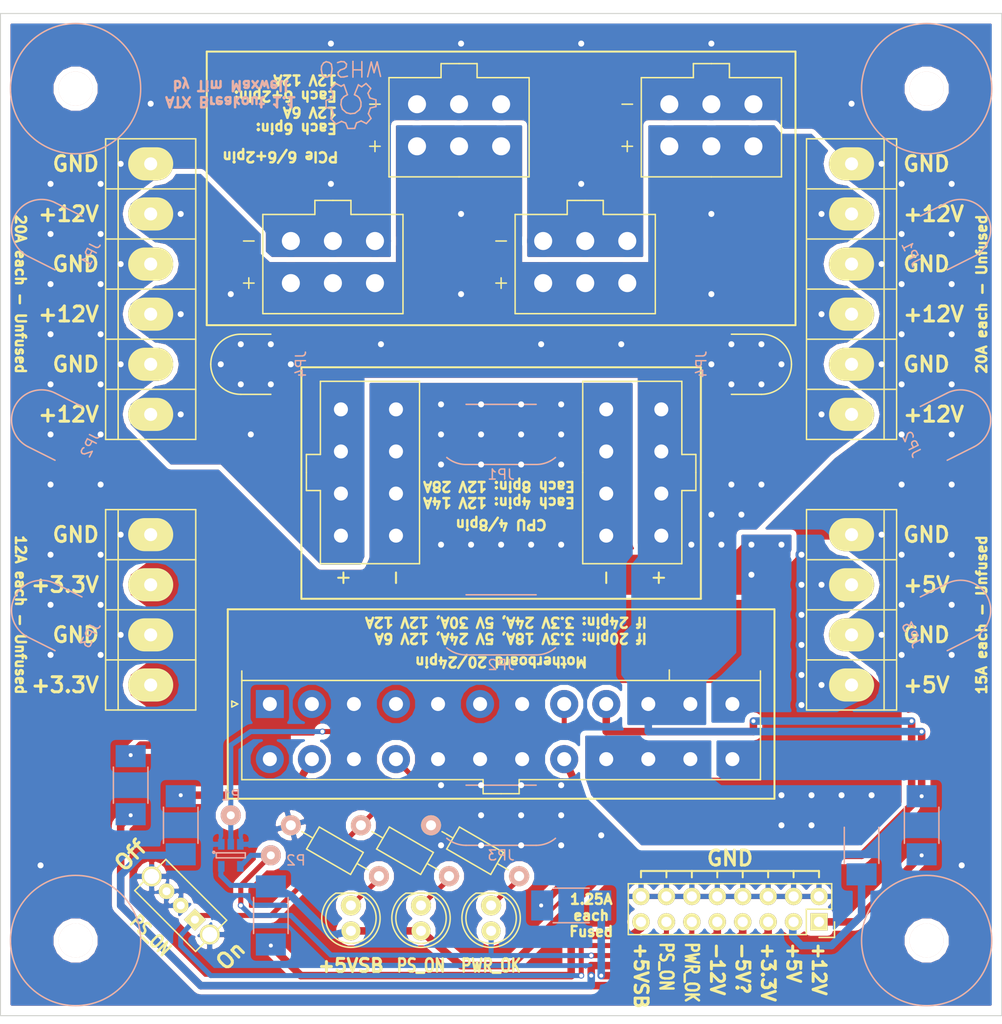
<source format=kicad_pcb>
(kicad_pcb (version 4) (host pcbnew 4.0.2+e4-6225~38~ubuntu14.04.1-stable)
  (layers (0 F.Cu signal) (31 B.Cu signal) (34 B.Paste user) (35 F.Paste user) (36 B.SilkS user) (37 F.SilkS user) (38 B.Mask user) (39 F.Mask user) (44 Edge.Cuts user))
  (net 0 "")
  (net 1 "Net-(D1-Pad1)")
  (net 2 +5VSB)
  (net 3 "Net-(D2-Pad1)")
  (net 4 "Net-(D3-Pad1)")
  (net 5 "Net-(F1-Pad1)")
  (net 6 "Net-(F2-Pad1)")
  (net 7 -12V)
  (net 8 "Net-(F3-Pad1)")
  (net 9 -5V)
  (net 10 "Net-(F4-Pad1)")
  (net 11 +3V3)
  (net 12 "Net-(F5-Pad1)")
  (net 13 +5V)
  (net 14 "Net-(F6-Pad1)")
  (net 15 +12V)
  (net 16 GND)
  (net 17 PS_ON)
  (net 18 PWR_OK_BUF)
  (net 19 PWR_OK_RAW)
  (module ATX_Breakout:VIA-0.6mm (layer F.Cu) (at 54 135)
    (fp_text reference REF** hide)
    (fp_text value VIA-0.6mm hide)
    (pad 2 thru_hole circle (at 0 0) (size 1.2 1.2) (drill 0.6) (layers *.Cu) (net 16 GND))
  )
  (module ATX_Breakout:VIA-0.6mm (layer F.Cu) (at 146 135)
    (fp_text reference REF** hide)
    (fp_text value VIA-0.6mm hide)
    (pad 2 thru_hole circle (at 0 0) (size 1.2 1.2) (drill 0.6) (layers *.Cu) (net 16 GND))
  )
  (module ATX_Breakout:VIA-0.6mm (layer F.Cu) (at 132 117)
    (fp_text reference REF** hide)
    (fp_text value VIA-0.6mm hide)
    (pad 2 thru_hole circle (at 0 0) (size 1.2 1.2) (drill 0.6) (layers *.Cu) (net 13 +5V))
  )
  (module ATX_Breakout:VIA-0.6mm (layer F.Cu) (at 132 107)
    (fp_text reference REF** hide)
    (fp_text value VIA-0.6mm hide)
    (pad 2 thru_hole circle (at 0 0) (size 1.2 1.2) (drill 0.6) (layers *.Cu) (net 13 +5V))
  )
  (module ATX_Breakout:VIA-0.6mm (layer F.Cu) (at 138 112)
    (fp_text reference REF** hide)
    (fp_text value VIA-0.6mm hide)
    (pad 2 thru_hole circle (at 0 0) (size 1.2 1.2) (drill 0.6) (layers *.Cu) (net 16 GND))
  )
  (module ATX_Breakout:VIA-0.6mm (layer F.Cu) (at 138 102)
    (fp_text reference REF** hide)
    (fp_text value VIA-0.6mm hide)
    (pad 2 thru_hole circle (at 0 0) (size 1.2 1.2) (drill 0.6) (layers *.Cu) (net 16 GND))
  )
  (module ATX_Breakout:VIA-0.6mm (layer F.Cu) (at 62 112)
    (fp_text reference REF** hide)
    (fp_text value VIA-0.6mm hide)
    (pad 2 thru_hole circle (at 0 0) (size 1.2 1.2) (drill 0.6) (layers *.Cu) (net 16 GND))
  )
  (module ATX_Breakout:VIA-0.6mm (layer F.Cu) (at 62 102)
    (fp_text reference REF** hide)
    (fp_text value VIA-0.6mm hide)
    (pad 2 thru_hole circle (at 0 0) (size 1.2 1.2) (drill 0.6) (layers *.Cu) (net 16 GND))
  )
  (module ATX_Breakout:VIA-0.6mm (layer F.Cu) (at 62 85)
    (fp_text reference REF** hide)
    (fp_text value VIA-0.6mm hide)
    (pad 2 thru_hole circle (at 0 0) (size 1.2 1.2) (drill 0.6) (layers *.Cu) (net 16 GND))
  )
  (module ATX_Breakout:VIA-0.6mm (layer F.Cu) (at 62 75)
    (fp_text reference REF** hide)
    (fp_text value VIA-0.6mm hide)
    (pad 2 thru_hole circle (at 0 0) (size 1.2 1.2) (drill 0.6) (layers *.Cu) (net 16 GND))
  )
  (module ATX_Breakout:VIA-0.6mm (layer F.Cu) (at 62 65)
    (fp_text reference REF** hide)
    (fp_text value VIA-0.6mm hide)
    (pad 2 thru_hole circle (at 0 0) (size 1.2 1.2) (drill 0.6) (layers *.Cu) (net 16 GND))
  )
  (module ATX_Breakout:VIA-0.6mm (layer F.Cu) (at 68 90)
    (fp_text reference REF** hide)
    (fp_text value VIA-0.6mm hide)
    (pad 2 thru_hole circle (at 0 0) (size 1.2 1.2) (drill 0.6) (layers *.Cu) (net 15 +12V))
  )
  (module ATX_Breakout:VIA-0.6mm (layer F.Cu) (at 68 80)
    (fp_text reference REF** hide)
    (fp_text value VIA-0.6mm hide)
    (pad 2 thru_hole circle (at 0 0) (size 1.2 1.2) (drill 0.6) (layers *.Cu) (net 15 +12V))
  )
  (module ATX_Breakout:VIA-0.6mm (layer F.Cu) (at 68 70)
    (fp_text reference REF** hide)
    (fp_text value VIA-0.6mm hide)
    (pad 2 thru_hole circle (at 0 0) (size 1.2 1.2) (drill 0.6) (layers *.Cu) (net 15 +12V))
  )
  (module ATX_Breakout:VIA-0.6mm (layer F.Cu) (at 138 65)
    (fp_text reference REF** hide)
    (fp_text value VIA-0.6mm hide)
    (pad 2 thru_hole circle (at 0 0) (size 1.2 1.2) (drill 0.6) (layers *.Cu) (net 16 GND))
  )
  (module ATX_Breakout:VIA-0.6mm (layer F.Cu) (at 138 75)
    (fp_text reference REF** hide)
    (fp_text value VIA-0.6mm hide)
    (pad 2 thru_hole circle (at 0 0) (size 1.2 1.2) (drill 0.6) (layers *.Cu) (net 16 GND))
  )
  (module ATX_Breakout:VIA-0.6mm (layer F.Cu) (at 138 85)
    (fp_text reference REF** hide)
    (fp_text value VIA-0.6mm hide)
    (pad 2 thru_hole circle (at 0 0) (size 1.2 1.2) (drill 0.6) (layers *.Cu) (net 16 GND))
  )
  (module ATX_Breakout:VIA-0.6mm (layer F.Cu) (at 132 90)
    (fp_text reference REF** hide)
    (fp_text value VIA-0.6mm hide)
    (pad 2 thru_hole circle (at 0 0) (size 1.2 1.2) (drill 0.6) (layers *.Cu) (net 15 +12V))
  )
  (module ATX_Breakout:VIA-0.6mm (layer F.Cu) (at 65 59)
    (fp_text reference REF** hide)
    (fp_text value VIA-0.6mm hide)
    (pad 2 thru_hole circle (at 0 0) (size 1.2 1.2) (drill 0.6) (layers *.Cu) (net 16 GND))
  )
  (module ATX_Breakout:VIA-0.6mm (layer F.Cu) (at 135 59)
    (fp_text reference REF** hide)
    (fp_text value VIA-0.6mm hide)
    (pad 2 thru_hole circle (at 0 0) (size 1.2 1.2) (drill 0.6) (layers *.Cu) (net 16 GND))
  )
  (module ATX_Breakout:VIA-0.6mm (layer F.Cu) (at 96 53)
    (fp_text reference REF** hide)
    (fp_text value VIA-0.6mm hide)
    (pad 2 thru_hole circle (at 0 0) (size 1.2 1.2) (drill 0.6) (layers *.Cu) (net 16 GND))
  )
  (module ATX_Breakout:VIA-0.6mm (layer F.Cu) (at 121 53)
    (fp_text reference REF** hide)
    (fp_text value VIA-0.6mm hide)
    (pad 2 thru_hole circle (at 0 0) (size 1.2 1.2) (drill 0.6) (layers *.Cu) (net 16 GND))
  )
  (module ATX_Breakout:VIA-0.6mm (layer F.Cu) (at 83 53)
    (fp_text reference REF** hide)
    (fp_text value VIA-0.6mm hide)
    (pad 2 thru_hole circle (at 0 0) (size 1.2 1.2) (drill 0.6) (layers *.Cu) (net 16 GND))
  )
  (module ATX_Breakout:VIA-0.6mm (layer F.Cu) (at 108 53)
    (fp_text reference REF** hide)
    (fp_text value VIA-0.6mm hide)
    (pad 2 thru_hole circle (at 0 0) (size 1.2 1.2) (drill 0.6) (layers *.Cu) (net 16 GND))
  )
  (module ATX_Breakout:VIA-0.6mm (layer F.Cu) (at 83 67)
    (fp_text reference REF** hide)
    (fp_text value VIA-0.6mm hide)
    (pad 2 thru_hole circle (at 0 0) (size 1.2 1.2) (drill 0.6) (layers *.Cu) (net 16 GND))
  )
  (module ATX_Breakout:VIA-0.6mm (layer F.Cu) (at 108 67)
    (fp_text reference REF** hide)
    (fp_text value VIA-0.6mm hide)
    (pad 2 thru_hole circle (at 0 0) (size 1.2 1.2) (drill 0.6) (layers *.Cu) (net 16 GND))
  )
  (module ATX_Breakout:VIA-0.6mm (layer F.Cu) (at 75 92)
    (fp_text reference REF** hide)
    (fp_text value VIA-0.6mm hide)
    (pad 2 thru_hole circle (at 0 0) (size 1.2 1.2) (drill 0.6) (layers *.Cu) (net 15 +12V))
  )
  (module ATX_Breakout:VIA-0.6mm (layer F.Cu) (at 73 78)
    (fp_text reference REF** hide)
    (fp_text value VIA-0.6mm hide)
    (pad 2 thru_hole circle (at 0 0) (size 1.2 1.2) (drill 0.6) (layers *.Cu) (net 15 +12V))
  )
  (module ATX_Breakout:VIA-0.6mm (layer F.Cu) (at 88 83)
    (fp_text reference REF** hide)
    (fp_text value VIA-0.6mm hide)
    (pad 2 thru_hole circle (at 0 0) (size 1.2 1.2) (drill 0.6) (layers *.Cu) (net 15 +12V))
  )
  (module ATX_Breakout:VIA-0.6mm (layer F.Cu) (at 104 83)
    (fp_text reference REF** hide)
    (fp_text value VIA-0.6mm hide)
    (pad 2 thru_hole circle (at 0 0) (size 1.2 1.2) (drill 0.6) (layers *.Cu) (net 15 +12V))
  )
  (module ATX_Breakout:VIA-0.6mm (layer F.Cu) (at 112 83)
    (fp_text reference REF** hide)
    (fp_text value VIA-0.6mm hide)
    (pad 2 thru_hole circle (at 0 0) (size 1.2 1.2) (drill 0.6) (layers *.Cu) (net 15 +12V))
  )
  (module ATX_Breakout:VIA-0.6mm (layer F.Cu) (at 96 78)
    (fp_text reference REF** hide)
    (fp_text value VIA-0.6mm hide)
    (pad 2 thru_hole circle (at 0 0) (size 1.2 1.2) (drill 0.6) (layers *.Cu) (net 15 +12V))
  )
  (module ATX_Breakout:VIA-0.6mm (layer F.Cu) (at 96 70)
    (fp_text reference REF** hide)
    (fp_text value VIA-0.6mm hide)
    (pad 2 thru_hole circle (at 0 0) (size 1.2 1.2) (drill 0.6) (layers *.Cu) (net 15 +12V))
  )
  (module ATX_Breakout:VIA-0.6mm (layer F.Cu) (at 132 80)
    (fp_text reference REF** hide)
    (fp_text value VIA-0.6mm hide)
    (pad 2 thru_hole circle (at 0 0) (size 1.2 1.2) (drill 0.6) (layers *.Cu) (net 15 +12V))
  )
  (module ATX_Breakout:VIA-0.6mm (layer F.Cu) (at 132 70)
    (fp_text reference REF** hide)
    (fp_text value VIA-0.6mm hide)
    (pad 2 thru_hole circle (at 0 0) (size 1.2 1.2) (drill 0.6) (layers *.Cu) (net 15 +12V))
  )
  (module ATX_Breakout:VIA-0.6mm (layer F.Cu) (at 121 78)
    (fp_text reference REF** hide)
    (fp_text value VIA-0.6mm hide)
    (pad 2 thru_hole circle (at 0 0) (size 1.2 1.2) (drill 0.6) (layers *.Cu) (net 15 +12V))
  )
  (module ATX_Breakout:VIA-0.6mm (layer F.Cu) (at 121 70)
    (fp_text reference REF** hide)
    (fp_text value VIA-0.6mm hide)
    (pad 2 thru_hole circle (at 0 0) (size 1.2 1.2) (drill 0.6) (layers *.Cu) (net 15 +12V))
  )
  (module ATX_Breakout:VIA-0.6mm (layer F.Cu) (at 123 97)
    (fp_text reference REF** hide)
    (fp_text value VIA-0.6mm hide)
    (pad 2 thru_hole circle (at 0 0) (size 1.2 1.2) (drill 0.6) (layers *.Cu) (net 15 +12V))
  )
  (module ATX_Breakout:VIA-0.6mm (layer F.Cu) (at 126 97)
    (fp_text reference REF** hide)
    (fp_text value VIA-0.6mm hide)
    (pad 2 thru_hole circle (at 0 0) (size 1.2 1.2) (drill 0.6) (layers *.Cu) (net 15 +12V))
  )
  (module ATX_Breakout:VIA-0.6mm (layer F.Cu) (at 131 131)
    (fp_text reference REF** hide)
    (fp_text value VIA-0.6mm hide)
    (pad 2 thru_hole circle (at 0 0) (size 1.2 1.2) (drill 0.6) (layers *.Cu) (net 13 +5V))
  )
  (module ATX_Breakout:VIA-0.6mm (layer F.Cu) (at 128 131)
    (fp_text reference REF** hide)
    (fp_text value VIA-0.6mm hide)
    (pad 2 thru_hole circle (at 0 0) (size 1.2 1.2) (drill 0.6) (layers *.Cu) (net 13 +5V))
  )
  (module ATX_Breakout:VIA-0.6mm (layer F.Cu) (at 106 133)
    (fp_text reference REF** hide)
    (fp_text value VIA-0.6mm hide)
    (pad 2 thru_hole circle (at 0 0) (size 1.2 1.2) (drill 0.6) (layers *.Cu) (net 16 GND))
  )
  (module ATX_Breakout:VIA-0.6mm (layer F.Cu) (at 102 133)
    (fp_text reference REF** hide)
    (fp_text value VIA-0.6mm hide)
    (pad 2 thru_hole circle (at 0 0) (size 1.2 1.2) (drill 0.6) (layers *.Cu) (net 16 GND))
  )
  (module ATX_Breakout:VIA-0.6mm (layer F.Cu) (at 121 100)
    (fp_text reference REF** hide)
    (fp_text value VIA-0.6mm hide)
    (pad 2 thru_hole circle (at 0 0) (size 1.2 1.2) (drill 0.6) (layers *.Cu) (net 15 +12V))
  )
  (module ATX_Breakout:VIA-0.6mm (layer F.Cu) (at 124 100)
    (fp_text reference REF** hide)
    (fp_text value VIA-0.6mm hide)
    (pad 2 thru_hole circle (at 0 0) (size 1.2 1.2) (drill 0.6) (layers *.Cu) (net 15 +12V))
  )
  (module ATX_Breakout:VIA-0.6mm (layer F.Cu) (at 122 103)
    (fp_text reference REF** hide)
    (fp_text value VIA-0.6mm hide)
    (pad 2 thru_hole circle (at 0 0) (size 1.2 1.2) (drill 0.6) (layers *.Cu) (net 15 +12V))
  )
  (module ATX_Breakout:VIA-0.6mm (layer F.Cu) (at 119 103)
    (fp_text reference REF** hide)
    (fp_text value VIA-0.6mm hide)
    (pad 2 thru_hole circle (at 0 0) (size 1.2 1.2) (drill 0.6) (layers *.Cu) (net 15 +12V))
  )
  (module ATX_Breakout:VIA-0.6mm (layer F.Cu) (at 110 132)
    (fp_text reference REF** hide)
    (fp_text value VIA-0.6mm hide)
    (pad 2 thru_hole circle (at 0 0) (size 1.2 1.2) (drill 0.6) (layers *.Cu) (net 16 GND))
  )
  (module ATX_Breakout:VIA-0.6mm (layer F.Cu) (at 94 127)
    (fp_text reference REF** hide)
    (fp_text value VIA-0.6mm hide)
    (pad 2 thru_hole circle (at 0 0) (size 1.2 1.2) (drill 0.6) (layers *.Cu) (net 16 GND))
  )
  (module ATX_Breakout:VIA-0.6mm (layer F.Cu) (at 98 127)
    (fp_text reference REF** hide)
    (fp_text value VIA-0.6mm hide)
    (pad 2 thru_hole circle (at 0 0) (size 1.2 1.2) (drill 0.6) (layers *.Cu) (net 16 GND))
  )
  (module ATX_Breakout:VIA-0.6mm (layer F.Cu) (at 102 127)
    (fp_text reference REF** hide)
    (fp_text value VIA-0.6mm hide)
    (pad 2 thru_hole circle (at 0 0) (size 1.2 1.2) (drill 0.6) (layers *.Cu) (net 16 GND))
  )
  (module ATX_Breakout:VIA-0.6mm (layer F.Cu) (at 106 127)
    (fp_text reference REF** hide)
    (fp_text value VIA-0.6mm hide)
    (pad 2 thru_hole circle (at 0 0) (size 1.2 1.2) (drill 0.6) (layers *.Cu) (net 16 GND))
  )
  (module ATX_Breakout:VIA-0.6mm (layer F.Cu) (at 94 133)
    (fp_text reference REF** hide)
    (fp_text value VIA-0.6mm hide)
    (pad 2 thru_hole circle (at 0 0) (size 1.2 1.2) (drill 0.6) (layers *.Cu) (net 16 GND))
  )
  (module ATX_Breakout:VIA-0.6mm (layer F.Cu) (at 94 95)
    (fp_text reference REF** hide)
    (fp_text value VIA-0.6mm hide)
    (pad 2 thru_hole circle (at 0 0) (size 1.2 1.2) (drill 0.6) (layers *.Cu) (net 16 GND))
  )
  (module ATX_Breakout:VIA-0.6mm (layer F.Cu) (at 98 95)
    (fp_text reference REF** hide)
    (fp_text value VIA-0.6mm hide)
    (pad 2 thru_hole circle (at 0 0) (size 1.2 1.2) (drill 0.6) (layers *.Cu) (net 16 GND))
  )
  (module ATX_Breakout:VIA-0.6mm (layer F.Cu) (at 102 95)
    (fp_text reference REF** hide)
    (fp_text value VIA-0.6mm hide)
    (pad 2 thru_hole circle (at 0 0) (size 1.2 1.2) (drill 0.6) (layers *.Cu) (net 16 GND))
  )
  (module ATX_Breakout:VIA-0.6mm (layer F.Cu) (at 106 95)
    (fp_text reference REF** hide)
    (fp_text value VIA-0.6mm hide)
    (pad 2 thru_hole circle (at 0 0) (size 1.2 1.2) (drill 0.6) (layers *.Cu) (net 16 GND))
  )
  (module ATX_Breakout:VIA-0.6mm (layer F.Cu) (at 121 85)
    (fp_text reference REF** hide)
    (fp_text value VIA-0.6mm hide)
    (pad 2 thru_hole circle (at 0 0) (size 1.2 1.2) (drill 0.6) (layers *.Cu) (net 15 +12V))
  )
  (module ATX_Breakout:VIA-0.6mm (layer F.Cu) (at 79 85)
    (fp_text reference REF** hide)
    (fp_text value VIA-0.6mm hide)
    (pad 2 thru_hole circle (at 0 0) (size 1.2 1.2) (drill 0.6) (layers *.Cu) (net 15 +12V))
  )
  (module ATX_Breakout:VIA-0.6mm (layer F.Cu) (at 55 82)
    (fp_text reference REF** hide)
    (fp_text value VIA-0.6mm hide)
    (pad 2 thru_hole circle (at 0 0) (size 1.2 1.2) (drill 0.6) (layers *.Cu) (net 16 GND))
  )
  (module ATX_Breakout:VIA-0.6mm (layer F.Cu) (at 55 97)
    (fp_text reference REF** hide)
    (fp_text value VIA-0.6mm hide)
    (pad 2 thru_hole circle (at 0 0) (size 1.2 1.2) (drill 0.6) (layers *.Cu) (net 16 GND))
  )
  (module ATX_Breakout:VIA-0.6mm (layer F.Cu) (at 60 97)
    (fp_text reference REF** hide)
    (fp_text value VIA-0.6mm hide)
    (pad 2 thru_hole circle (at 0 0) (size 1.2 1.2) (drill 0.6) (layers *.Cu) (net 16 GND))
  )
  (module ATX_Breakout:VIA-0.6mm (layer F.Cu) (at 55 92)
    (fp_text reference REF** hide)
    (fp_text value VIA-0.6mm hide)
    (pad 2 thru_hole circle (at 0 0) (size 1.2 1.2) (drill 0.6) (layers *.Cu) (net 16 GND))
  )
  (module ATX_Breakout:VIA-0.6mm (layer F.Cu) (at 55 114)
    (fp_text reference REF** hide)
    (fp_text value VIA-0.6mm hide)
    (pad 2 thru_hole circle (at 0 0) (size 1.2 1.2) (drill 0.6) (layers *.Cu) (net 16 GND))
  )
  (module ATX_Breakout:VIA-0.6mm (layer F.Cu) (at 145 109)
    (fp_text reference REF** hide)
    (fp_text value VIA-0.6mm hide)
    (pad 2 thru_hole circle (at 0 0) (size 1.2 1.2) (drill 0.6) (layers *.Cu) (net 16 GND))
  )
  (module ATX_Breakout:VIA-0.6mm (layer F.Cu) (at 145 104)
    (fp_text reference REF** hide)
    (fp_text value VIA-0.6mm hide)
    (pad 2 thru_hole circle (at 0 0) (size 1.2 1.2) (drill 0.6) (layers *.Cu) (net 16 GND))
  )
  (module ATX_Breakout:VIA-0.6mm (layer F.Cu) (at 145 97)
    (fp_text reference REF** hide)
    (fp_text value VIA-0.6mm hide)
    (pad 2 thru_hole circle (at 0 0) (size 1.2 1.2) (drill 0.6) (layers *.Cu) (net 16 GND))
  )
  (module ATX_Breakout:VIA-0.6mm (layer F.Cu) (at 140 97)
    (fp_text reference REF** hide)
    (fp_text value VIA-0.6mm hide)
    (pad 2 thru_hole circle (at 0 0) (size 1.2 1.2) (drill 0.6) (layers *.Cu) (net 16 GND))
  )
  (module ATX_Breakout:VIA-0.6mm (layer F.Cu) (at 145 82)
    (fp_text reference REF** hide)
    (fp_text value VIA-0.6mm hide)
    (pad 2 thru_hole circle (at 0 0) (size 1.2 1.2) (drill 0.6) (layers *.Cu) (net 16 GND))
  )
  (module ATX_Breakout:VIA-0.6mm (layer F.Cu) (at 102 130)
    (fp_text reference REF** hide)
    (fp_text value VIA-0.6mm hide)
    (pad 2 thru_hole circle (at 0 0) (size 1.2 1.2) (drill 0.6) (layers *.Cu) (net 16 GND))
  )
  (module ATX_Breakout:VIA-0.6mm (layer F.Cu) (at 98 130)
    (fp_text reference REF** hide)
    (fp_text value VIA-0.6mm hide)
    (pad 2 thru_hole circle (at 0 0) (size 1.2 1.2) (drill 0.6) (layers *.Cu) (net 16 GND))
  )
  (module ATX_Breakout:VIA-0.6mm (layer F.Cu) (at 106 130)
    (fp_text reference REF** hide)
    (fp_text value VIA-0.6mm hide)
    (pad 2 thru_hole circle (at 0 0) (size 1.2 1.2) (drill 0.6) (layers *.Cu) (net 16 GND))
  )
  (module ATX_Breakout:VIA-0.6mm (layer F.Cu) (at 98 133)
    (fp_text reference REF** hide)
    (fp_text value VIA-0.6mm hide)
    (pad 2 thru_hole circle (at 0 0) (size 1.2 1.2) (drill 0.6) (layers *.Cu) (net 16 GND))
  )
  (module ATX_Breakout:VIA-0.6mm (layer F.Cu) (at 106 103)
    (fp_text reference REF** hide)
    (fp_text value VIA-0.6mm hide)
    (pad 2 thru_hole circle (at 0 0) (size 1.2 1.2) (drill 0.6) (layers *.Cu) (net 16 GND))
  )
  (module ATX_Breakout:VIA-0.6mm (layer F.Cu) (at 103 103)
    (fp_text reference REF** hide)
    (fp_text value VIA-0.6mm hide)
    (pad 2 thru_hole circle (at 0 0) (size 1.2 1.2) (drill 0.6) (layers *.Cu) (net 16 GND))
  )
  (module ATX_Breakout:VIA-0.6mm (layer F.Cu) (at 97 103)
    (fp_text reference REF** hide)
    (fp_text value VIA-0.6mm hide)
    (pad 2 thru_hole circle (at 0 0) (size 1.2 1.2) (drill 0.6) (layers *.Cu) (net 16 GND))
  )
  (module ATX_Breakout:VIA-0.6mm (layer F.Cu) (at 100 103)
    (fp_text reference REF** hide)
    (fp_text value VIA-0.6mm hide)
    (pad 2 thru_hole circle (at 0 0) (size 1.2 1.2) (drill 0.6) (layers *.Cu) (net 16 GND))
  )
  (module ATX_Breakout:VIA-0.6mm (layer F.Cu) (at 94 103)
    (fp_text reference REF** hide)
    (fp_text value VIA-0.6mm hide)
    (pad 2 thru_hole circle (at 0 0) (size 1.2 1.2) (drill 0.6) (layers *.Cu) (net 16 GND))
  )
  (module ATX_Breakout:VIA-0.6mm (layer F.Cu) (at 94 92)
    (fp_text reference REF** hide)
    (fp_text value VIA-0.6mm hide)
    (pad 2 thru_hole circle (at 0 0) (size 1.2 1.2) (drill 0.6) (layers *.Cu) (net 16 GND))
  )
  (module ATX_Breakout:VIA-0.6mm (layer F.Cu) (at 98 92)
    (fp_text reference REF** hide)
    (fp_text value VIA-0.6mm hide)
    (pad 2 thru_hole circle (at 0 0) (size 1.2 1.2) (drill 0.6) (layers *.Cu) (net 16 GND))
  )
  (module ATX_Breakout:VIA-0.6mm (layer F.Cu) (at 102 92)
    (fp_text reference REF** hide)
    (fp_text value VIA-0.6mm hide)
    (pad 2 thru_hole circle (at 0 0) (size 1.2 1.2) (drill 0.6) (layers *.Cu) (net 16 GND))
  )
  (module ATX_Breakout:VIA-0.6mm (layer F.Cu) (at 106 92)
    (fp_text reference REF** hide)
    (fp_text value VIA-0.6mm hide)
    (pad 2 thru_hole circle (at 0 0) (size 1.2 1.2) (drill 0.6) (layers *.Cu) (net 16 GND))
  )
  (module ATX_Breakout:VIA-0.6mm (layer F.Cu) (at 106 89)
    (fp_text reference REF** hide)
    (fp_text value VIA-0.6mm hide)
    (pad 2 thru_hole circle (at 0 0) (size 1.2 1.2) (drill 0.6) (layers *.Cu) (net 16 GND))
  )
  (module ATX_Breakout:VIA-0.6mm (layer F.Cu) (at 102 89)
    (fp_text reference REF** hide)
    (fp_text value VIA-0.6mm hide)
    (pad 2 thru_hole circle (at 0 0) (size 1.2 1.2) (drill 0.6) (layers *.Cu) (net 16 GND))
  )
  (module ATX_Breakout:VIA-0.6mm (layer F.Cu) (at 98 89)
    (fp_text reference REF** hide)
    (fp_text value VIA-0.6mm hide)
    (pad 2 thru_hole circle (at 0 0) (size 1.2 1.2) (drill 0.6) (layers *.Cu) (net 16 GND))
  )
  (module ATX_Breakout:VIA-0.6mm (layer F.Cu) (at 94 89)
    (fp_text reference REF** hide)
    (fp_text value VIA-0.6mm hide)
    (pad 2 thru_hole circle (at 0 0) (size 1.2 1.2) (drill 0.6) (layers *.Cu) (net 16 GND))
  )
  (module ATX_Breakout:VIA-0.6mm (layer F.Cu) (at 123 87)
    (fp_text reference REF** hide)
    (fp_text value VIA-0.6mm hide)
    (pad 2 thru_hole circle (at 0 0) (size 1.2 1.2) (drill 0.6) (layers *.Cu) (net 15 +12V))
  )
  (module ATX_Breakout:VIA-0.6mm (layer F.Cu) (at 126 87)
    (fp_text reference REF** hide)
    (fp_text value VIA-0.6mm hide)
    (pad 2 thru_hole circle (at 0 0) (size 1.2 1.2) (drill 0.6) (layers *.Cu) (net 15 +12V))
  )
  (module ATX_Breakout:VIA-0.6mm (layer F.Cu) (at 128 85)
    (fp_text reference REF** hide)
    (fp_text value VIA-0.6mm hide)
    (pad 2 thru_hole circle (at 0 0) (size 1.2 1.2) (drill 0.6) (layers *.Cu) (net 15 +12V))
  )
  (module ATX_Breakout:VIA-0.6mm (layer F.Cu) (at 126 83)
    (fp_text reference REF** hide)
    (fp_text value VIA-0.6mm hide)
    (pad 2 thru_hole circle (at 0 0) (size 1.2 1.2) (drill 0.6) (layers *.Cu) (net 15 +12V))
  )
  (module ATX_Breakout:VIA-0.6mm (layer F.Cu) (at 123 83)
    (fp_text reference REF** hide)
    (fp_text value VIA-0.6mm hide)
    (pad 2 thru_hole circle (at 0 0) (size 1.2 1.2) (drill 0.6) (layers *.Cu) (net 15 +12V))
  )
  (module ATX_Breakout:VIA-0.6mm (layer F.Cu) (at 77 87)
    (fp_text reference REF** hide)
    (fp_text value VIA-0.6mm hide)
    (pad 2 thru_hole circle (at 0 0) (size 1.2 1.2) (drill 0.6) (layers *.Cu) (net 15 +12V))
  )
  (module ATX_Breakout:VIA-0.6mm (layer F.Cu) (at 74 87)
    (fp_text reference REF** hide)
    (fp_text value VIA-0.6mm hide)
    (pad 2 thru_hole circle (at 0 0) (size 1.2 1.2) (drill 0.6) (layers *.Cu) (net 15 +12V))
  )
  (module ATX_Breakout:VIA-0.6mm (layer F.Cu) (at 72 85)
    (fp_text reference REF** hide)
    (fp_text value VIA-0.6mm hide)
    (pad 2 thru_hole circle (at 0 0) (size 1.2 1.2) (drill 0.6) (layers *.Cu) (net 15 +12V))
  )
  (module ATX_Breakout:VIA-0.6mm (layer F.Cu) (at 74 83)
    (fp_text reference REF** hide)
    (fp_text value VIA-0.6mm hide)
    (pad 2 thru_hole circle (at 0 0) (size 1.2 1.2) (drill 0.6) (layers *.Cu) (net 15 +12V))
  )
  (module ATX_Breakout:VIA-0.6mm (layer F.Cu) (at 77 83)
    (fp_text reference REF** hide)
    (fp_text value VIA-0.6mm hide)
    (pad 2 thru_hole circle (at 0 0) (size 1.2 1.2) (drill 0.6) (layers *.Cu) (net 15 +12V))
  )
  (module ATX_Breakout:VIA-0.6mm (layer F.Cu) (at 140 114)
    (fp_text reference REF** hide)
    (fp_text value VIA-0.6mm hide)
    (pad 2 thru_hole circle (at 0 0) (size 1.2 1.2) (drill 0.6) (layers *.Cu) (net 16 GND))
  )
  (module ATX_Breakout:VIA-0.6mm (layer F.Cu) (at 140 104)
    (fp_text reference REF** hide)
    (fp_text value VIA-0.6mm hide)
    (pad 2 thru_hole circle (at 0 0) (size 1.2 1.2) (drill 0.6) (layers *.Cu) (net 16 GND))
  )
  (module ATX_Breakout:VIA-0.6mm (layer F.Cu) (at 60 114)
    (fp_text reference REF** hide)
    (fp_text value VIA-0.6mm hide)
    (pad 2 thru_hole circle (at 0 0) (size 1.2 1.2) (drill 0.6) (layers *.Cu) (net 16 GND))
  )
  (module ATX_Breakout:VIA-0.6mm (layer F.Cu) (at 55 109)
    (fp_text reference REF** hide)
    (fp_text value VIA-0.6mm hide)
    (pad 2 thru_hole circle (at 0 0) (size 1.2 1.2) (drill 0.6) (layers *.Cu) (net 16 GND))
  )
  (module ATX_Breakout:VIA-0.6mm (layer F.Cu) (at 60 109)
    (fp_text reference REF** hide)
    (fp_text value VIA-0.6mm hide)
    (pad 2 thru_hole circle (at 0 0) (size 1.2 1.2) (drill 0.6) (layers *.Cu) (net 16 GND))
  )
  (module ATX_Breakout:VIA-0.6mm (layer F.Cu) (at 60 104)
    (fp_text reference REF** hide)
    (fp_text value VIA-0.6mm hide)
    (pad 2 thru_hole circle (at 0 0) (size 1.2 1.2) (drill 0.6) (layers *.Cu) (net 16 GND))
  )
  (module ATX_Breakout:VIA-0.6mm (layer F.Cu) (at 55 104)
    (fp_text reference REF** hide)
    (fp_text value VIA-0.6mm hide)
    (pad 2 thru_hole circle (at 0 0) (size 1.2 1.2) (drill 0.6) (layers *.Cu) (net 16 GND))
  )
  (module ATX_Breakout:VIA-0.6mm (layer F.Cu) (at 60 92)
    (fp_text reference REF** hide)
    (fp_text value VIA-0.6mm hide)
    (pad 2 thru_hole circle (at 0 0) (size 1.2 1.2) (drill 0.6) (layers *.Cu) (net 16 GND))
  )
  (module ATX_Breakout:VIA-0.6mm (layer F.Cu) (at 130 116)
    (fp_text reference REF** hide)
    (fp_text value VIA-0.6mm hide)
    (pad 2 thru_hole circle (at 0 0) (size 1.2 1.2) (drill 0.6) (layers *.Cu) (net 13 +5V))
  )
  (module ATX_Breakout:VIA-0.6mm (layer F.Cu) (at 130 107)
    (fp_text reference REF** hide)
    (fp_text value VIA-0.6mm hide)
    (pad 2 thru_hole circle (at 0 0) (size 1.2 1.2) (drill 0.6) (layers *.Cu) (net 13 +5V))
  )
  (module ATX_Breakout:VIA-0.6mm (layer F.Cu) (at 140 92)
    (fp_text reference REF** hide)
    (fp_text value VIA-0.6mm hide)
    (pad 2 thru_hole circle (at 0 0) (size 1.2 1.2) (drill 0.6) (layers *.Cu) (net 16 GND))
  )
  (module ATX_Breakout:VIA-0.6mm (layer F.Cu) (at 140 77)
    (fp_text reference REF** hide)
    (fp_text value VIA-0.6mm hide)
    (pad 2 thru_hole circle (at 0 0) (size 1.2 1.2) (drill 0.6) (layers *.Cu) (net 16 GND))
  )
  (module ATX_Breakout:VIA-0.6mm (layer F.Cu) (at 140 72)
    (fp_text reference REF** hide)
    (fp_text value VIA-0.6mm hide)
    (pad 2 thru_hole circle (at 0 0) (size 1.2 1.2) (drill 0.6) (layers *.Cu) (net 16 GND))
  )
  (module ATX_Breakout:VIA-0.6mm (layer F.Cu) (at 55 87)
    (fp_text reference REF** hide)
    (fp_text value VIA-0.6mm hide)
    (pad 2 thru_hole circle (at 0 0) (size 1.2 1.2) (drill 0.6) (layers *.Cu) (net 16 GND))
  )
  (module ATX_Breakout:VIA-0.6mm (layer F.Cu) (at 55 77)
    (fp_text reference REF** hide)
    (fp_text value VIA-0.6mm hide)
    (pad 2 thru_hole circle (at 0 0) (size 1.2 1.2) (drill 0.6) (layers *.Cu) (net 16 GND))
  )
  (module ATX_Breakout:VIA-0.6mm (layer F.Cu) (at 55 67)
    (fp_text reference REF** hide)
    (fp_text value VIA-0.6mm hide)
    (pad 2 thru_hole circle (at 0 0) (size 1.2 1.2) (drill 0.6) (layers *.Cu) (net 16 GND))
  )
  (module ATX_Breakout:VIA-0.6mm (layer F.Cu) (at 60 87)
    (fp_text reference REF** hide)
    (fp_text value VIA-0.6mm hide)
    (pad 2 thru_hole circle (at 0 0) (size 1.2 1.2) (drill 0.6) (layers *.Cu) (net 16 GND))
  )
  (module ATX_Breakout:VIA-0.6mm (layer F.Cu) (at 60 82)
    (fp_text reference REF** hide)
    (fp_text value VIA-0.6mm hide)
    (pad 2 thru_hole circle (at 0 0) (size 1.2 1.2) (drill 0.6) (layers *.Cu) (net 16 GND))
  )
  (module ATX_Breakout:VIA-0.6mm (layer F.Cu) (at 60 77)
    (fp_text reference REF** hide)
    (fp_text value VIA-0.6mm hide)
    (pad 2 thru_hole circle (at 0 0) (size 1.2 1.2) (drill 0.6) (layers *.Cu) (net 16 GND))
  )
  (module ATX_Breakout:VIA-0.6mm (layer F.Cu) (at 60 72)
    (fp_text reference REF** hide)
    (fp_text value VIA-0.6mm hide)
    (pad 2 thru_hole circle (at 0 0) (size 1.2 1.2) (drill 0.6) (layers *.Cu) (net 16 GND))
  )
  (module ATX_Breakout:VIA-0.6mm (layer F.Cu) (at 55 72)
    (fp_text reference REF** hide)
    (fp_text value VIA-0.6mm hide)
    (pad 2 thru_hole circle (at 0 0) (size 1.2 1.2) (drill 0.6) (layers *.Cu) (net 16 GND))
  )
  (module ATX_Breakout:VIA-0.6mm (layer F.Cu) (at 60 67)
    (fp_text reference REF** hide)
    (fp_text value VIA-0.6mm hide)
    (pad 2 thru_hole circle (at 0 0) (size 1.2 1.2) (drill 0.6) (layers *.Cu) (net 16 GND))
  )
  (module ATX_Breakout:VIA-0.6mm (layer F.Cu) (at 130 119)
    (fp_text reference REF** hide)
    (fp_text value VIA-0.6mm hide)
    (pad 2 thru_hole circle (at 0 0) (size 1.2 1.2) (drill 0.6) (layers *.Cu) (net 13 +5V))
  )
  (module ATX_Breakout:VIA-0.6mm (layer F.Cu) (at 140 109)
    (fp_text reference REF** hide)
    (fp_text value VIA-0.6mm hide)
    (pad 2 thru_hole circle (at 0 0) (size 1.2 1.2) (drill 0.6) (layers *.Cu) (net 16 GND))
  )
  (module ATX_Breakout:VIA-0.6mm (layer F.Cu) (at 140 82)
    (fp_text reference REF** hide)
    (fp_text value VIA-0.6mm hide)
    (pad 2 thru_hole circle (at 0 0) (size 1.2 1.2) (drill 0.6) (layers *.Cu) (net 16 GND))
  )
  (module ATX_Breakout:VIA-0.6mm (layer F.Cu) (at 140 87)
    (fp_text reference REF** hide)
    (fp_text value VIA-0.6mm hide)
    (pad 2 thru_hole circle (at 0 0) (size 1.2 1.2) (drill 0.6) (layers *.Cu) (net 16 GND))
  )
  (module ATX_Breakout:VIA-0.6mm (layer F.Cu) (at 145 77)
    (fp_text reference REF** hide)
    (fp_text value VIA-0.6mm hide)
    (pad 2 thru_hole circle (at 0 0) (size 1.2 1.2) (drill 0.6) (layers *.Cu) (net 16 GND))
  )
  (module ATX_Breakout:VIA-0.6mm (layer F.Cu) (at 140 67)
    (fp_text reference REF** hide)
    (fp_text value VIA-0.6mm hide)
    (pad 2 thru_hole circle (at 0 0) (size 1.2 1.2) (drill 0.6) (layers *.Cu) (net 16 GND))
  )
  (module ATX_Breakout:VIA-0.6mm (layer F.Cu) (at 145 114)
    (fp_text reference REF** hide)
    (fp_text value VIA-0.6mm hide)
    (pad 2 thru_hole circle (at 0 0) (size 1.2 1.2) (drill 0.6) (layers *.Cu) (net 16 GND))
  )
  (module ATX_Breakout:VIA-0.6mm (layer F.Cu) (at 145 92)
    (fp_text reference REF** hide)
    (fp_text value VIA-0.6mm hide)
    (pad 2 thru_hole circle (at 0 0) (size 1.2 1.2) (drill 0.6) (layers *.Cu) (net 16 GND))
  )
  (module ATX_Breakout:VIA-0.6mm (layer F.Cu) (at 145 87)
    (fp_text reference REF** hide)
    (fp_text value VIA-0.6mm hide)
    (pad 2 thru_hole circle (at 0 0) (size 1.2 1.2) (drill 0.6) (layers *.Cu) (net 16 GND))
  )
  (module ATX_Breakout:VIA-0.6mm (layer F.Cu) (at 145 72)
    (fp_text reference REF** hide)
    (fp_text value VIA-0.6mm hide)
    (pad 2 thru_hole circle (at 0 0) (size 1.2 1.2) (drill 0.6) (layers *.Cu) (net 16 GND))
  )
  (module ATX_Breakout:VIA-0.6mm (layer F.Cu) (at 128 128)
    (fp_text reference REF** hide)
    (fp_text value VIA-0.6mm hide)
    (pad 2 thru_hole circle (at 0 0) (size 1.2 1.2) (drill 0.6) (layers *.Cu) (net 13 +5V))
  )
  (module ATX_Breakout:VIA-0.6mm (layer F.Cu) (at 134 128)
    (fp_text reference REF** hide)
    (fp_text value VIA-0.6mm hide)
    (pad 2 thru_hole circle (at 0 0) (size 1.2 1.2) (drill 0.6) (layers *.Cu) (net 13 +5V))
  )
  (module ATX_Breakout:VIA-0.6mm (layer F.Cu) (at 137 128)
    (fp_text reference REF** hide)
    (fp_text value VIA-0.6mm hide)
    (pad 2 thru_hole circle (at 0 0) (size 1.2 1.2) (drill 0.6) (layers *.Cu) (net 13 +5V))
  )
  (module ATX_Breakout:VIA-0.6mm (layer F.Cu) (at 131 128)
    (fp_text reference REF** hide)
    (fp_text value VIA-0.6mm hide)
    (pad 2 thru_hole circle (at 0 0) (size 1.2 1.2) (drill 0.6) (layers *.Cu) (net 13 +5V))
  )
  (module ATX_Breakout:VIA-0.6mm (layer F.Cu) (at 130 113)
    (fp_text reference REF** hide)
    (fp_text value VIA-0.6mm hide)
    (pad 2 thru_hole circle (at 0 0) (size 1.2 1.2) (drill 0.6) (layers *.Cu) (net 13 +5V))
  )
  (module ATX_Breakout:VIA-0.6mm (layer F.Cu) (at 130 110)
    (fp_text reference REF** hide)
    (fp_text value VIA-0.6mm hide)
    (pad 2 thru_hole circle (at 0 0) (size 1.2 1.2) (drill 0.6) (layers *.Cu) (net 13 +5V))
  )
  (module ATX_Breakout:VIA-0.6mm (layer F.Cu) (at 125 106)
    (fp_text reference REF** hide)
    (fp_text value VIA-0.6mm hide)
    (pad 2 thru_hole circle (at 0 0) (size 1.2 1.2) (drill 0.6) (layers *.Cu) (net 11 +3V3))
  )
  (module ATX_Breakout:VIA-0.6mm (layer F.Cu) (at 125 103)
    (fp_text reference REF** hide)
    (fp_text value VIA-0.6mm hide)
    (pad 2 thru_hole circle (at 0 0) (size 1.2 1.2) (drill 0.6) (layers *.Cu) (net 11 +3V3))
  )
  (module LEDs:LED-5MM (layer F.Cu) (at 85 139 270)
    (fp_text reference D1)
    (fp_text value LED_SB)
    (pad 1 thru_hole circle (at 0 0) (size 2 2) (drill 1.00076) (layers *.Cu *.Mask F.SilkS) (net 1 "Net-(D1-Pad1)"))
    (pad 2 thru_hole circle (at 2.54 0 270) (size 1.9 1.9) (drill 1.00076) (layers *.Cu *.Mask F.SilkS) (net 2 +5VSB))
  )
  (module LEDs:LED-5MM (layer F.Cu) (at 92 139 270)
    (fp_text reference D2)
    (fp_text value LED_SW)
    (pad 1 thru_hole circle (at 0 0) (size 2 2) (drill 1.00076) (layers *.Cu *.Mask F.SilkS) (net 3 "Net-(D2-Pad1)"))
    (pad 2 thru_hole circle (at 2.54 0 270) (size 1.9 1.9) (drill 1.00076) (layers *.Cu *.Mask F.SilkS) (net 2 +5VSB))
  )
  (module LEDs:LED-5MM (layer F.Cu) (at 99 139 270)
    (fp_text reference D3)
    (fp_text value LED_OK)
    (pad 1 thru_hole circle (at 0 0) (size 2 2) (drill 1.00076) (layers *.Cu *.Mask F.SilkS) (net 4 "Net-(D3-Pad1)"))
    (pad 2 thru_hole circle (at 2.54 0 270) (size 1.9 1.9) (drill 1.00076) (layers *.Cu *.Mask F.SilkS) (net 18 PWR_OK_BUF))
  )
  (module Capacitors_SMD:C_1812_HandSoldering (layer B.Cu) (at 77 140 90)
    (fp_text reference F1)
    (fp_text value "PTC 1.25A")
    (pad 1 smd rect (at -2.9 0 90) (size 2.2 3) (layers B.Cu B.Paste B.Mask) (net 5 "Net-(F1-Pad1)"))
    (pad 2 smd rect (at 2.9 0 90) (size 2.2 3) (layers B.Cu B.Paste B.Mask) (net 2 +5VSB))
  )
  (module Capacitors_SMD:C_1812_HandSoldering (layer B.Cu) (at 68 131 90)
    (fp_text reference F2)
    (fp_text value "PTC 1.25A")
    (pad 1 smd rect (at -2.9 0 90) (size 2.2 3) (layers B.Cu B.Paste B.Mask) (net 6 "Net-(F2-Pad1)"))
    (pad 2 smd rect (at 2.9 0 90) (size 2.2 3) (layers B.Cu B.Paste B.Mask) (net 7 -12V))
  )
  (module Capacitors_SMD:C_1812_HandSoldering (layer B.Cu) (at 107 139 180)
    (fp_text reference F3)
    (fp_text value "PTC 1.25A")
    (pad 1 smd rect (at -2.9 0 180) (size 2.2 3) (layers B.Cu B.Paste B.Mask) (net 8 "Net-(F3-Pad1)"))
    (pad 2 smd rect (at 2.9 0 180) (size 2.2 3) (layers B.Cu B.Paste B.Mask) (net 9 -5V))
  )
  (module Capacitors_SMD:C_1812_HandSoldering (layer B.Cu) (at 63 127 90)
    (fp_text reference F4)
    (fp_text value "PTC 1.25A")
    (pad 1 smd rect (at -2.9 0 90) (size 2.2 3) (layers B.Cu B.Paste B.Mask) (net 10 "Net-(F4-Pad1)"))
    (pad 2 smd rect (at 2.9 0 90) (size 2.2 3) (layers B.Cu B.Paste B.Mask) (net 11 +3V3))
  )
  (module Capacitors_SMD:C_1812_HandSoldering (layer B.Cu) (at 136 133 90)
    (fp_text reference F5)
    (fp_text value "PTC 1.25A")
    (pad 1 smd rect (at -2.9 0 90) (size 2.2 3) (layers B.Cu B.Paste B.Mask) (net 12 "Net-(F5-Pad1)"))
    (pad 2 smd rect (at 2.9 0 90) (size 2.2 3) (layers B.Cu B.Paste B.Mask) (net 13 +5V))
  )
  (module Capacitors_SMD:C_1812_HandSoldering (layer B.Cu) (at 142 131 90)
    (fp_text reference F6)
    (fp_text value "PTC 1.25A")
    (pad 1 smd rect (at -2.9 0 90) (size 2.2 3) (layers B.Cu B.Paste B.Mask) (net 14 "Net-(F6-Pad1)"))
    (pad 2 smd rect (at 2.9 0 90) (size 2.2 3) (layers B.Cu B.Paste B.Mask) (net 15 +12V))
  )
  (module Socket_Strips:Socket_Strip_Straight_2x08 (layer F.Cu) (at 131.75 140.64 180)
    (fp_text reference P3)
    (fp_text value CONN_MISC hide)
    (pad 1 thru_hole rect (at 0 0 180) (size 1.7272 1.7272) (drill 1.016) (layers *.Cu *.Mask F.SilkS) (net 14 "Net-(F6-Pad1)"))
    (pad 2 thru_hole oval (at 0 2.54 180) (size 1.7272 1.7272) (drill 1.016) (layers *.Cu *.Mask F.SilkS) (net 16 GND))
    (pad 3 thru_hole oval (at 2.54 0 180) (size 1.7272 1.7272) (drill 1.016) (layers *.Cu *.Mask F.SilkS) (net 12 "Net-(F5-Pad1)"))
    (pad 4 thru_hole oval (at 2.54 2.54 180) (size 1.7272 1.7272) (drill 1.016) (layers *.Cu *.Mask F.SilkS) (net 16 GND))
    (pad 5 thru_hole oval (at 5.08 0 180) (size 1.7272 1.7272) (drill 1.016) (layers *.Cu *.Mask F.SilkS) (net 10 "Net-(F4-Pad1)"))
    (pad 6 thru_hole oval (at 5.08 2.54 180) (size 1.7272 1.7272) (drill 1.016) (layers *.Cu *.Mask F.SilkS) (net 16 GND))
    (pad 7 thru_hole oval (at 7.62 0 180) (size 1.7272 1.7272) (drill 1.016) (layers *.Cu *.Mask F.SilkS) (net 8 "Net-(F3-Pad1)"))
    (pad 8 thru_hole oval (at 7.62 2.54 180) (size 1.7272 1.7272) (drill 1.016) (layers *.Cu *.Mask F.SilkS) (net 16 GND))
    (pad 9 thru_hole oval (at 10.16 0 180) (size 1.7272 1.7272) (drill 1.016) (layers *.Cu *.Mask F.SilkS) (net 6 "Net-(F2-Pad1)"))
    (pad 10 thru_hole oval (at 10.16 2.54 180) (size 1.7272 1.7272) (drill 1.016) (layers *.Cu *.Mask F.SilkS) (net 16 GND))
    (pad 11 thru_hole oval (at 12.7 0 180) (size 1.7272 1.7272) (drill 1.016) (layers *.Cu *.Mask F.SilkS) (net 18 PWR_OK_BUF))
    (pad 12 thru_hole oval (at 12.7 2.54 180) (size 1.7272 1.7272) (drill 1.016) (layers *.Cu *.Mask F.SilkS) (net 16 GND))
    (pad 13 thru_hole oval (at 15.24 0 180) (size 1.7272 1.7272) (drill 1.016) (layers *.Cu *.Mask F.SilkS) (net 17 PS_ON))
    (pad 14 thru_hole oval (at 15.24 2.54 180) (size 1.7272 1.7272) (drill 1.016) (layers *.Cu *.Mask F.SilkS) (net 16 GND))
    (pad 15 thru_hole oval (at 17.78 0 180) (size 1.7272 1.7272) (drill 1.016) (layers *.Cu *.Mask F.SilkS) (net 5 "Net-(F1-Pad1)"))
    (pad 16 thru_hole oval (at 17.78 2.54 180) (size 1.7272 1.7272) (drill 1.016) (layers *.Cu *.Mask F.SilkS) (net 16 GND))
  )
  (module ATX_Breakout:TerminalBlock_Pheonix_PT-5.0mm_6pol (layer F.Cu) (at 135 90 90)
    (fp_text reference P5)
    (fp_text value CONN_12V_2)
    (pad 1 thru_hole oval (at 0 0 90) (size 3.3 4.5) (drill 1.3) (layers *.Cu *.Mask F.SilkS) (net 15 +12V))
    (pad 2 thru_hole oval (at 5 0 90) (size 3.3 4.5) (drill 1.3) (layers *.Cu *.Mask F.SilkS) (net 16 GND))
    (pad 3 thru_hole oval (at 10 0 90) (size 3.3 4.5) (drill 1.3) (layers *.Cu *.Mask F.SilkS) (net 15 +12V))
    (pad 4 thru_hole oval (at 15 0 90) (size 3.3 4.5) (drill 1.3) (layers *.Cu *.Mask F.SilkS) (net 16 GND))
    (pad 5 thru_hole oval (at 20 0 90) (size 3.3 4.5) (drill 1.3) (layers *.Cu *.Mask F.SilkS) (net 15 +12V))
    (pad 6 thru_hole oval (at 25 0 90) (size 3.3 4.5) (drill 1.3) (layers *.Cu *.Mask F.SilkS) (net 16 GND))
  )
  (module ATX_Breakout:TerminalBlock_Pheonix_PT-5.0mm_6pol (layer F.Cu) (at 65 65 270)
    (fp_text reference P4)
    (fp_text value CONN_12V_1)
    (pad 1 thru_hole oval (at 0 0 270) (size 3.3 4.5) (drill 1.3) (layers *.Cu *.Mask F.SilkS) (net 16 GND))
    (pad 2 thru_hole oval (at 5 0 270) (size 3.3 4.5) (drill 1.3) (layers *.Cu *.Mask F.SilkS) (net 15 +12V))
    (pad 3 thru_hole oval (at 10 0 270) (size 3.3 4.5) (drill 1.3) (layers *.Cu *.Mask F.SilkS) (net 16 GND))
    (pad 4 thru_hole oval (at 15 0 270) (size 3.3 4.5) (drill 1.3) (layers *.Cu *.Mask F.SilkS) (net 15 +12V))
    (pad 5 thru_hole oval (at 20 0 270) (size 3.3 4.5) (drill 1.3) (layers *.Cu *.Mask F.SilkS) (net 16 GND))
    (pad 6 thru_hole oval (at 25 0 270) (size 3.3 4.5) (drill 1.3) (layers *.Cu *.Mask F.SilkS) (net 15 +12V))
  )
  (module ATX_Breakout:TerminalBlock_Pheonix_PT-5.0mm_4pol (layer F.Cu) (at 65 102 270)
    (fp_text reference P6)
    (fp_text value CONN_3V3)
    (pad 1 thru_hole oval (at 0 0 270) (size 3.3 4.5) (drill 1.3) (layers *.Cu *.Mask F.SilkS) (net 16 GND))
    (pad 2 thru_hole oval (at 5 0 270) (size 3.3 4.5) (drill 1.3) (layers *.Cu *.Mask F.SilkS) (net 11 +3V3))
    (pad 3 thru_hole oval (at 10 0 270) (size 3.3 4.5) (drill 1.3) (layers *.Cu *.Mask F.SilkS) (net 16 GND))
    (pad 4 thru_hole oval (at 15 0 270) (size 3.3 4.5) (drill 1.3) (layers *.Cu *.Mask F.SilkS) (net 11 +3V3))
  )
  (module ATX_Breakout:TerminalBlock_Pheonix_PT-5.0mm_4pol (layer F.Cu) (at 135 117 90)
    (fp_text reference P7 hide)
    (fp_text value CONN_5V)
    (pad 1 thru_hole oval (at 0 0 90) (size 3.3 4.5) (drill 1.3) (layers *.Cu *.Mask F.SilkS) (net 13 +5V))
    (pad 2 thru_hole oval (at 5 0 90) (size 3.3 4.5) (drill 1.3) (layers *.Cu *.Mask F.SilkS) (net 16 GND))
    (pad 3 thru_hole oval (at 10 0 90) (size 3.3 4.5) (drill 1.3) (layers *.Cu *.Mask F.SilkS) (net 13 +5V))
    (pad 4 thru_hole oval (at 15 0 90) (size 3.3 4.5) (drill 1.3) (layers *.Cu *.Mask F.SilkS) (net 16 GND))
  )
  (module Connectors_Molex_2:Molex_MiniFit-JR-5556-24A_2x12x4.20mm_Straight (layer F.Cu) (at 76.9 118.9)
    (fp_text reference J1)
    (fp_text value ATX_24PIN)
    (pad 1 thru_hole rect (at 0 0) (size 2.8 2.8) (drill 1.4) (layers *.Cu *.Mask) (net 11 +3V3))
    (pad 2 thru_hole circle (at 4.2 0) (size 2.8 2.8) (drill 1.4) (layers *.Cu *.Mask) (net 11 +3V3))
    (pad 3 thru_hole circle (at 8.4 0) (size 2.8 2.8) (drill 1.4) (layers *.Cu *.Mask) (net 16 GND))
    (pad 4 thru_hole circle (at 12.6 0) (size 2.8 2.8) (drill 1.4) (layers *.Cu *.Mask) (net 13 +5V))
    (pad 5 thru_hole circle (at 16.8 0) (size 2.8 2.8) (drill 1.4) (layers *.Cu *.Mask) (net 16 GND))
    (pad 6 thru_hole circle (at 21 0) (size 2.8 2.8) (drill 1.4) (layers *.Cu *.Mask) (net 13 +5V))
    (pad 7 thru_hole circle (at 25.2 0) (size 2.8 2.8) (drill 1.4) (layers *.Cu *.Mask) (net 16 GND))
    (pad 8 thru_hole circle (at 29.4 0) (size 2.8 2.8) (drill 1.4) (layers *.Cu *.Mask) (net 19 PWR_OK_RAW))
    (pad 9 thru_hole circle (at 33.6 0) (size 2.8 2.8) (drill 1.4) (layers *.Cu *.Mask) (net 2 +5VSB))
    (pad 10 thru_hole circle (at 37.8 0) (size 2.8 2.8) (drill 1.4) (layers *.Cu *.Mask) (net 15 +12V))
    (pad 11 thru_hole circle (at 42 0) (size 2.8 2.8) (drill 1.4) (layers *.Cu *.Mask) (net 15 +12V))
    (pad 12 thru_hole circle (at 46.2 0) (size 2.8 2.8) (drill 1.4) (layers *.Cu *.Mask) (net 11 +3V3))
    (pad 13 thru_hole circle (at 0 5.5) (size 2.8 2.8) (drill 1.4) (layers *.Cu *.Mask) (net 11 +3V3))
    (pad 14 thru_hole circle (at 4.2 5.5) (size 2.8 2.8) (drill 1.4) (layers *.Cu *.Mask) (net 7 -12V))
    (pad 15 thru_hole circle (at 8.4 5.5) (size 2.8 2.8) (drill 1.4) (layers *.Cu *.Mask) (net 16 GND))
    (pad 16 thru_hole circle (at 12.6 5.5) (size 2.8 2.8) (drill 1.4) (layers *.Cu *.Mask) (net 17 PS_ON))
    (pad 17 thru_hole circle (at 16.8 5.5) (size 2.8 2.8) (drill 1.4) (layers *.Cu *.Mask) (net 16 GND))
    (pad 18 thru_hole circle (at 21 5.5) (size 2.8 2.8) (drill 1.4) (layers *.Cu *.Mask) (net 16 GND))
    (pad 19 thru_hole circle (at 25.2 5.5) (size 2.8 2.8) (drill 1.4) (layers *.Cu *.Mask) (net 16 GND))
    (pad 20 thru_hole circle (at 29.4 5.5) (size 2.8 2.8) (drill 1.4) (layers *.Cu *.Mask) (net 9 -5V))
    (pad 21 thru_hole circle (at 33.6 5.5) (size 2.8 2.8) (drill 1.4) (layers *.Cu *.Mask) (net 13 +5V))
    (pad 22 thru_hole circle (at 37.8 5.5) (size 2.8 2.8) (drill 1.4) (layers *.Cu *.Mask) (net 13 +5V))
    (pad 23 thru_hole circle (at 42 5.5) (size 2.8 2.8) (drill 1.4) (layers *.Cu *.Mask) (net 13 +5V))
    (pad 24 thru_hole circle (at 46.2 5.5) (size 2.8 2.8) (drill 1.4) (layers *.Cu *.Mask) (net 16 GND))
  )
  (module ATX_Breakout:VIA-0.6mm (layer F.Cu) (at 128 103)
    (fp_text reference REF** hide)
    (fp_text value VIA-0.6mm hide)
    (pad 2 thru_hole circle (at 0 0) (size 1.2 1.2) (drill 0.6) (layers *.Cu) (net 11 +3V3))
  )
  (module ATX_Breakout:VIA-0.6mm (layer F.Cu) (at 130 104)
    (fp_text reference REF** hide)
    (fp_text value VIA-0.6mm hide)
    (pad 2 thru_hole circle (at 0 0) (size 1.2 1.2) (drill 0.6) (layers *.Cu) (net 13 +5V))
  )
  (module ATX_Breakout:VIA-0.6mm (layer F.Cu) (at 145 67)
    (fp_text reference REF** hide)
    (fp_text value VIA-0.6mm hide)
    (pad 2 thru_hole circle (at 0 0) (size 1.2 1.2) (drill 0.6) (layers *.Cu) (net 16 GND))
  )
  (module ATX_Breakout:Molex_MiniFit-JR-5556-08A_2x04x4.20mm_Straight (layer F.Cu) (at 89.5 89.5 270)
    (fp_text reference J2)
    (fp_text value ATX_EPS12V)
    (pad 1 thru_hole rect (at 0 0 270) (size 2.8 2.8) (drill 1.4) (layers *.Cu *.Mask) (net 16 GND))
    (pad 2 thru_hole circle (at 4.2 0 270) (size 2.8 2.8) (drill 1.4) (layers *.Cu *.Mask) (net 16 GND))
    (pad 3 thru_hole circle (at 8.4 0 270) (size 2.8 2.8) (drill 1.4) (layers *.Cu *.Mask) (net 16 GND))
    (pad 4 thru_hole circle (at 12.6 0 270) (size 2.8 2.8) (drill 1.4) (layers *.Cu *.Mask) (net 16 GND))
    (pad 5 thru_hole circle (at 0 5.5 270) (size 2.8 2.8) (drill 1.4) (layers *.Cu *.Mask) (net 15 +12V))
    (pad 6 thru_hole circle (at 4.2 5.5 270) (size 2.8 2.8) (drill 1.4) (layers *.Cu *.Mask) (net 15 +12V))
    (pad 7 thru_hole circle (at 8.4 5.5 270) (size 2.8 2.8) (drill 1.4) (layers *.Cu *.Mask) (net 15 +12V))
    (pad 8 thru_hole circle (at 12.6 5.5 270) (size 2.8 2.8) (drill 1.4) (layers *.Cu *.Mask) (net 15 +12V))
  )
  (module ATX_Breakout:Molex_MiniFit-JR-5556-08A_2x04x4.20mm_Straight (layer F.Cu) (at 110.5 102.1 90)
    (fp_text reference J3)
    (fp_text value ATX_EPS12V)
    (pad 1 thru_hole rect (at 0 0 90) (size 2.8 2.8) (drill 1.4) (layers *.Cu *.Mask) (net 16 GND))
    (pad 2 thru_hole circle (at 4.2 0 90) (size 2.8 2.8) (drill 1.4) (layers *.Cu *.Mask) (net 16 GND))
    (pad 3 thru_hole circle (at 8.4 0 90) (size 2.8 2.8) (drill 1.4) (layers *.Cu *.Mask) (net 16 GND))
    (pad 4 thru_hole circle (at 12.6 0 90) (size 2.8 2.8) (drill 1.4) (layers *.Cu *.Mask) (net 16 GND))
    (pad 5 thru_hole circle (at 0 5.5 90) (size 2.8 2.8) (drill 1.4) (layers *.Cu *.Mask) (net 15 +12V))
    (pad 6 thru_hole circle (at 4.2 5.5 90) (size 2.8 2.8) (drill 1.4) (layers *.Cu *.Mask) (net 15 +12V))
    (pad 7 thru_hole circle (at 8.4 5.5 90) (size 2.8 2.8) (drill 1.4) (layers *.Cu *.Mask) (net 15 +12V))
    (pad 8 thru_hole circle (at 12.6 5.5 90) (size 2.8 2.8) (drill 1.4) (layers *.Cu *.Mask) (net 15 +12V))
  )
  (module Resistors_ThroughHole:Resistor_Horizontal_RM10mm (layer F.Cu) (at 79 131 330)
    (fp_text reference R1)
    (fp_text value 470)
    (pad 1 thru_hole circle (at 0 0 330) (size 1.99898 1.99898) (drill 1.00076) (layers *.Cu *.SilkS *.Mask) (net 16 GND))
    (pad 2 thru_hole circle (at 10.16 0 330) (size 1.99898 1.99898) (drill 1.00076) (layers *.Cu *.SilkS *.Mask) (net 1 "Net-(D1-Pad1)"))
  )
  (module Resistors_ThroughHole:Resistor_Horizontal_RM10mm (layer F.Cu) (at 86 131 330)
    (fp_text reference R2)
    (fp_text value 470)
    (pad 1 thru_hole circle (at 0 0 330) (size 1.99898 1.99898) (drill 1.00076) (layers *.Cu *.SilkS *.Mask) (net 17 PS_ON))
    (pad 2 thru_hole circle (at 10.16 0 330) (size 1.99898 1.99898) (drill 1.00076) (layers *.Cu *.SilkS *.Mask) (net 3 "Net-(D2-Pad1)"))
  )
  (module Resistors_ThroughHole:Resistor_Horizontal_RM10mm (layer F.Cu) (at 93 131 330)
    (fp_text reference R3)
    (fp_text value 470)
    (pad 1 thru_hole circle (at 0 0 330) (size 1.99898 1.99898) (drill 1.00076) (layers *.Cu *.SilkS *.Mask) (net 16 GND))
    (pad 2 thru_hole circle (at 10.16 0 330) (size 1.99898 1.99898) (drill 1.00076) (layers *.Cu *.SilkS *.Mask) (net 4 "Net-(D3-Pad1)"))
  )
  (module ATX_Breakout:12V_JMP (layer F.Cu) (at 75 85)
    (fp_text reference JP4 (at 5 0 90) (layer B.SilkS) (effects (justify mirror)))
    (fp_text value JUMPER)
    (fp_text user %R (at 45 0 90) (layer B.SilkS) (effects (justify mirror)))
    (pad 1 smd oval (at 0 0 180) (size 7 5) (layers F.Cu F.Paste F.Mask) (net 15 +12V))
    (pad 2 smd oval (at 50 0) (size 7 5) (layers F.Cu F.Paste F.Mask) (net 15 +12V))
  )
  (module ATX_Breakout:BUMPER (layer B.Cu) (at 142.5 142.5)
    (fp_text reference BUMPER4)
    (fp_text value BUMPER)
    (pad "" np_thru_hole circle (at 0 0) (size 3.4 3.4) (drill 3.4) (layers *.Cu *.Mask B.SilkS))
  )
  (module ATX_Breakout:BUMPER (layer B.Cu) (at 57.5 142.5)
    (fp_text reference BUMPER3)
    (fp_text value BUMPER)
    (pad "" np_thru_hole circle (at 0 0) (size 3.4 3.4) (drill 3.4) (layers *.Cu *.Mask B.SilkS))
  )
  (module ATX_Breakout:BUMPER (layer B.Cu) (at 142.5 57.5)
    (fp_text reference BUMPER2)
    (fp_text value BUMPER)
    (pad "" np_thru_hole circle (at 0 0) (size 3.4 3.4) (drill 3.4) (layers *.Cu *.Mask B.SilkS))
  )
  (module ATX_Breakout:BUMPER (layer B.Cu) (at 57.5 57.5)
    (fp_text reference BUMPER1)
    (fp_text value BUMPER)
    (pad "" np_thru_hole circle (at 0 0) (size 3.4 3.4) (drill 3.4) (layers *.Cu *.Mask B.SilkS))
  )
  (module ATX_Breakout:SW_SPDT_OS102011MS2Q (layer F.Cu) (at 68 139 135)
    (fp_text reference SW1)
    (fp_text value SPDT)
    (pad "" thru_hole circle (at -4.1 0 135) (size 2 2) (drill 1.5) (layers *.Cu *.Mask F.SilkS) (net 16 GND))
    (pad 1 thru_hole rect (at -2 0 135) (size 1.56 1.56) (drill 0.8) (layers *.Cu *.Mask F.SilkS) (net 17 PS_ON))
    (pad 3 thru_hole circle (at 2 0 135) (size 1.56 1.56) (drill 0.8) (layers *.Cu *.Mask F.SilkS) (net 16 GND))
    (pad 2 thru_hole circle (at 0 0 135) (size 1.56 1.56) (drill 0.8) (layers *.Cu *.Mask F.SilkS) (net 16 GND))
    (pad "" thru_hole circle (at 4.1 0 135) (size 2 2) (drill 1.5) (layers *.Cu *.Mask F.SilkS) (net 16 GND))
  )
  (module ATX_Breakout:GND_JMP (layer B.Cu) (at 100 111 180)
    (fp_text reference JP2 (at 0 -4 180) (layer B.SilkS) (effects (justify mirror)))
    (fp_text value JUMPER3)
    (fp_text user %R (at -41 18 296.6) (layer B.SilkS) (effects (justify mirror)))
    (fp_text user %R (at 41 18 243.4) (layer B.SilkS) (effects (justify mirror)))
    (pad 3 smd oval (at -45 20 26.6) (size 7 5) (layers B.Cu B.Paste B.Mask) (net 16 GND))
    (pad 1 smd oval (at 0 0 180) (size 12 5) (layers B.Cu B.Paste B.Mask) (net 16 GND))
    (pad 2 smd oval (at 45 20 153.4) (size 7 5) (layers B.Cu B.Paste B.Mask) (net 16 GND))
  )
  (module ATX_Breakout:GND_JMP (layer B.Cu) (at 100 92 180)
    (fp_text reference JP1 (at 0 -4 180) (layer B.SilkS) (effects (justify mirror)))
    (fp_text value JUMPER3)
    (fp_text user %R (at -41 18 296.6) (layer B.SilkS) (effects (justify mirror)))
    (fp_text user %R (at 41 18 243.4) (layer B.SilkS) (effects (justify mirror)))
    (pad 3 smd oval (at -45 20 26.6) (size 7 5) (layers B.Cu B.Paste B.Mask) (net 16 GND))
    (pad 1 smd oval (at 0 0 180) (size 12 5) (layers B.Cu B.Paste B.Mask) (net 16 GND))
    (pad 2 smd oval (at 45 20 153.4) (size 7 5) (layers B.Cu B.Paste B.Mask) (net 16 GND))
  )
  (module TO_SOT_Packages_SMD:SOT-23-5 (layer B.Cu) (at 73 134 270)
    (fp_text reference U1)
    (fp_text value LOGIC_BUFFER_3ST)
    (pad 1 smd rect (at -1.1 0.95 270) (size 1.06 0.65) (layers B.Cu B.Paste B.Mask) (net 16 GND))
    (pad 2 smd rect (at -1.1 0 270) (size 1.06 0.65) (layers B.Cu B.Paste B.Mask) (net 19 PWR_OK_RAW))
    (pad 3 smd rect (at -1.1 -0.95 270) (size 1.06 0.65) (layers B.Cu B.Paste B.Mask) (net 16 GND))
    (pad 4 smd rect (at 1.1 -0.95 270) (size 1.06 0.65) (layers B.Cu B.Paste B.Mask) (net 18 PWR_OK_BUF))
    (pad 5 smd rect (at 1.1 0.95 270) (size 1.06 0.65) (layers B.Cu B.Paste B.Mask) (net 2 +5VSB))
  )
  (module ATX_Breakout:GND_JMP (layer B.Cu) (at 100 130 180)
    (fp_text reference JP3 (at 0 -4 180) (layer B.SilkS) (effects (justify mirror)))
    (fp_text value JUMPER3)
    (fp_text user %R (at -41 18 296.6) (layer B.SilkS) (effects (justify mirror)))
    (fp_text user %R (at 41 18 243.4) (layer B.SilkS) (effects (justify mirror)))
    (pad 3 smd oval (at -45 20 26.6) (size 7 5) (layers B.Cu B.Paste B.Mask) (net 16 GND))
    (pad 1 smd oval (at 0 0 180) (size 12 5) (layers B.Cu B.Paste B.Mask) (net 16 GND))
    (pad 2 smd oval (at 45 20 153.4) (size 7 5) (layers B.Cu B.Paste B.Mask) (net 16 GND))
  )
  (module Wire_Pads:SolderWirePad_single_0-8mmDrill (layer B.Cu) (at 73 130)
    (fp_text reference P1 (at 0 -2) (layer B.SilkS) (effects (justify mirror)))
    (fp_text value CONN_01X01)
    (pad 1 thru_hole circle (at 0 0) (size 1.99898 1.99898) (drill 0.8001) (layers *.Cu *.Mask B.SilkS) (net 19 PWR_OK_RAW))
  )
  (module Wire_Pads:SolderWirePad_single_0-8mmDrill (layer B.Cu) (at 77 134)
    (fp_text reference P2 (at 2.5 0.5) (layer B.SilkS) (effects (justify mirror)))
    (fp_text value CONN_01X01)
    (pad 1 thru_hole circle (at 0 0) (size 1.99898 1.99898) (drill 0.8001) (layers *.Cu *.Mask B.SilkS) (net 18 PWR_OK_BUF))
  )
  (module Symbols:Symbol_OSHW-Logo_SilkScreen (layer B.Cu) (at 85 59)
    (fp_text reference REF** hide)
    (fp_text value Symbol_OSHW-Logo_SilkScreen)
  )
  (module ATX_Breakout:Molex_MiniFit-JR-5556-06A_2x03x4.20mm_Straight_PCIE_6p2 (layer F.Cu) (at 112.6 76.9 180)
    (fp_text reference J4)
    (fp_text value ATX_PCIE_6PIN)
    (pad 1 thru_hole rect (at 0 0 180) (size 3.2 3.2) (drill 1.8) (layers *.Cu *.Mask) (net 15 +12V))
    (pad 2 thru_hole circle (at 4.2 0 180) (size 3.2 3.2) (drill 1.8) (layers *.Cu *.Mask) (net 15 +12V))
    (pad 3 thru_hole circle (at 8.4 0 180) (size 3.2 3.2) (drill 1.8) (layers *.Cu *.Mask) (net 15 +12V))
    (pad 4 thru_hole circle (at 0 4.2 180) (size 3.2 3.2) (drill 1.8) (layers *.Cu *.Mask) (net 16 GND))
    (pad 5 thru_hole circle (at 4.2 4.2 180) (size 3.2 3.2) (drill 1.8) (layers *.Cu *.Mask) (net 16 GND))
    (pad 6 thru_hole circle (at 8.4 4.2 180) (size 3.2 3.2) (drill 1.8) (layers *.Cu *.Mask) (net 16 GND))
  )
  (module ATX_Breakout:Molex_MiniFit-JR-5556-06A_2x03x4.20mm_Straight_PCIE_6p2 (layer F.Cu) (at 125.2 63.25 180)
    (fp_text reference J5)
    (fp_text value ATX_PCIE_6PIN)
    (pad 1 thru_hole rect (at 0 0 180) (size 3.2 3.2) (drill 1.8) (layers *.Cu *.Mask) (net 15 +12V))
    (pad 2 thru_hole circle (at 4.2 0 180) (size 3.2 3.2) (drill 1.8) (layers *.Cu *.Mask) (net 15 +12V))
    (pad 3 thru_hole circle (at 8.4 0 180) (size 3.2 3.2) (drill 1.8) (layers *.Cu *.Mask) (net 15 +12V))
    (pad 4 thru_hole circle (at 0 4.2 180) (size 3.2 3.2) (drill 1.8) (layers *.Cu *.Mask) (net 16 GND))
    (pad 5 thru_hole circle (at 4.2 4.2 180) (size 3.2 3.2) (drill 1.8) (layers *.Cu *.Mask) (net 16 GND))
    (pad 6 thru_hole circle (at 8.4 4.2 180) (size 3.2 3.2) (drill 1.8) (layers *.Cu *.Mask) (net 16 GND))
  )
  (module ATX_Breakout:Molex_MiniFit-JR-5556-06A_2x03x4.20mm_Straight_PCIE_6p2 (layer F.Cu) (at 87.4 76.9 180)
    (fp_text reference J6)
    (fp_text value ATX_PCIE_6PIN)
    (pad 1 thru_hole rect (at 0 0 180) (size 3.2 3.2) (drill 1.8) (layers *.Cu *.Mask) (net 15 +12V))
    (pad 2 thru_hole circle (at 4.2 0 180) (size 3.2 3.2) (drill 1.8) (layers *.Cu *.Mask) (net 15 +12V))
    (pad 3 thru_hole circle (at 8.4 0 180) (size 3.2 3.2) (drill 1.8) (layers *.Cu *.Mask) (net 15 +12V))
    (pad 4 thru_hole circle (at 0 4.2 180) (size 3.2 3.2) (drill 1.8) (layers *.Cu *.Mask) (net 16 GND))
    (pad 5 thru_hole circle (at 4.2 4.2 180) (size 3.2 3.2) (drill 1.8) (layers *.Cu *.Mask) (net 16 GND))
    (pad 6 thru_hole circle (at 8.4 4.2 180) (size 3.2 3.2) (drill 1.8) (layers *.Cu *.Mask) (net 16 GND))
  )
  (module ATX_Breakout:Molex_MiniFit-JR-5556-06A_2x03x4.20mm_Straight_PCIE_6p2 (layer F.Cu) (at 100 63.25 180)
    (fp_text reference J7)
    (fp_text value ATX_PCIE_6PIN)
    (pad 1 thru_hole rect (at 0 0 180) (size 3.2 3.2) (drill 1.8) (layers *.Cu *.Mask) (net 15 +12V))
    (pad 2 thru_hole circle (at 4.2 0 180) (size 3.2 3.2) (drill 1.8) (layers *.Cu *.Mask) (net 15 +12V))
    (pad 3 thru_hole circle (at 8.4 0 180) (size 3.2 3.2) (drill 1.8) (layers *.Cu *.Mask) (net 15 +12V))
    (pad 4 thru_hole circle (at 0 4.2 180) (size 3.2 3.2) (drill 1.8) (layers *.Cu *.Mask) (net 16 GND))
    (pad 5 thru_hole circle (at 4.2 4.2 180) (size 3.2 3.2) (drill 1.8) (layers *.Cu *.Mask) (net 16 GND))
    (pad 6 thru_hole circle (at 8.4 4.2 180) (size 3.2 3.2) (drill 1.8) (layers *.Cu *.Mask) (net 16 GND))
  )
  (gr_line (start 116.8 116.5) (end 116.8 115.5) (angle 90) (layer F.SilkS) (width 0.15))
  (gr_line (start 74.1 116.6) (end 74.1 115.6) (angle 90) (layer F.SilkS) (width 0.15))
  (gr_line (start 125.9 116.6) (end 125.9 115.6) (angle 90) (layer F.SilkS) (width 0.15))
  (gr_line (start 113.97 135.56) (end 131.75 135.56) (angle 90) (layer F.SilkS) (width 0.2))
  (gr_line (start 116.51 136.195) (end 116.51 135.56) (angle 90) (layer F.SilkS) (width 0.2))
  (gr_line (start 119.05 136.195) (end 119.05 135.56) (angle 90) (layer F.SilkS) (width 0.2))
  (gr_line (start 121.59 136.195) (end 121.59 135.56) (angle 90) (layer F.SilkS) (width 0.2))
  (gr_line (start 124.13 136.195) (end 124.13 135.56) (angle 90) (layer F.SilkS) (width 0.2))
  (gr_line (start 126.67 136.195) (end 126.67 135.56) (angle 90) (layer F.SilkS) (width 0.2))
  (gr_line (start 129.21 136.195) (end 129.21 135.56) (angle 90) (layer F.SilkS) (width 0.2))
  (gr_line (start 131.75 136.195) (end 131.75 135.56) (angle 90) (layer F.SilkS) (width 0.2))
  (gr_line (start 113.97 136.195) (end 113.97 135.56) (angle 90) (layer F.SilkS) (width 0.2))
  (gr_line (start 89.5 105.775) (end 89.5 106.825) (angle 90) (layer F.SilkS) (width 0.2))
  (gr_line (start 84.775 106.3) (end 83.725 106.3) (angle 90) (layer F.SilkS) (width 0.2))
  (gr_line (start 84.25 105.775) (end 84.25 106.825) (angle 90) (layer F.SilkS) (width 0.2))
  (gr_line (start 110.5 105.775) (end 110.5 106.825) (angle 90) (layer F.SilkS) (width 0.2))
  (gr_line (start 115.75 105.775) (end 115.75 106.825) (angle 90) (layer F.SilkS) (width 0.2))
  (gr_line (start 115.225 106.3) (end 116.275 106.3) (angle 90) (layer F.SilkS) (width 0.2))
  (gr_line (start 80.05 85.3) (end 80.05 108.4) (angle 90) (layer F.SilkS) (width 0.2))
  (gr_line (start 119.95 108.4) (end 119.95 85.3) (angle 90) (layer F.SilkS) (width 0.2))
  (gr_line (start 127.3 109.45) (end 127.3 128.35) (angle 90) (layer F.SilkS) (width 0.2))
  (gr_line (start 72.7 109.45) (end 127.3 109.45) (angle 90) (layer F.SilkS) (width 0.2))
  (gr_line (start 72.7 128.35) (end 72.7 109.45) (angle 90) (layer F.SilkS) (width 0.2))
  (gr_line (start 127.3 128.35) (end 72.7 128.35) (angle 90) (layer F.SilkS) (width 0.2))
  (gr_line (start 80.05 108.4) (end 119.95 108.4) (angle 90) (layer F.SilkS) (width 0.2))
  (gr_line (start 119.95 85.3) (end 80.05 85.3) (angle 90) (layer F.SilkS) (width 0.2))
  (gr_line (start 70.6 53.8) (end 70.6 81.1) (angle 90) (layer F.SilkS) (width 0.2))
  (gr_line (start 129.4 53.8) (end 129.4 81.1) (angle 90) (layer F.SilkS) (width 0.2))
  (gr_text "Each 6pin:\n12V 6A\nEach 6+2pin:\n12V 12A" (at 83.725 59.05 180) (layer F.SilkS) (effects (font (size 1 1) (thickness 0.25)) (justify left)))
  (gr_text "If 20pin: 3.3V 18A, 5V 24A, 12V 6A\nIf 24pin: 3.3V 24A, 5V 30A, 12V 12A" (at 114.7 111.55 180) (layer F.SilkS) (effects (font (size 1 1) (thickness 0.25)) (justify left)))
  (gr_text "Each 4pin: 12V 14A\nEach 8pin: 12V 28A" (at 107.5 98 180) (layer F.SilkS) (effects (font (size 1 1) (thickness 0.25)) (justify left)))
  (gr_line (start 129.4 81.1) (end 70.6 81.1) (angle 90) (layer F.SilkS) (width 0.2))
  (gr_line (start 70.6 53.8) (end 129.4 53.8) (angle 90) (layer F.SilkS) (width 0.2))
  (gr_text "15A each - Unfused" (at 148 110 90) (layer F.SilkS) (effects (font (size 1 1) (thickness 0.25))))
  (gr_text "20A each - Unfused" (at 148 78 90) (layer F.SilkS) (effects (font (size 1 1) (thickness 0.25))))
  (gr_text "20A each - Unfused" (at 52 78 270) (layer F.SilkS) (effects (font (size 1 1) (thickness 0.25))))
  (gr_text "12A each - Unfused" (at 52 110 270) (layer F.SilkS) (effects (font (size 1 1) (thickness 0.25))))
  (gr_text PS_ON (at 65 142 315) (layer F.SilkS) (effects (font (size 1.3 1) (thickness 0.25))))
  (gr_text "1.25A\neach\nFused" (at 109 140) (layer F.SilkS) (effects (font (size 1 1) (thickness 0.25))))
  (gr_text "ATX Breakout 1.1\nby Tim Maxwell" (at 73 58 180) (layer B.SilkS) (effects (font (size 1 1) (thickness 0.25)) (justify mirror)))
  (gr_text GND (at 122.86 134.29) (layer F.SilkS) (effects (font (size 1.5 1.5) (thickness 0.3))))
  (gr_text "PCIe 6/6+2pin" (at 77.95 64.3 180) (layer F.SilkS) (effects (font (size 1 1) (thickness 0.25))))
  (gr_text "CPU 4/8pin" (at 100 101 180) (layer F.SilkS) (effects (font (size 1 1) (thickness 0.25))))
  (gr_text "Motherboard 20/24pin" (at 100 114.7 180) (layer F.SilkS) (effects (font (size 1 1) (thickness 0.25))))
  (gr_text Off (at 63 134 45) (layer F.SilkS) (effects (font (size 1.5 1.5) (thickness 0.3))))
  (gr_text On (at 73 144 45) (layer F.SilkS) (effects (font (size 1.5 1.5) (thickness 0.3))))
  (gr_text +5VSB (at 85 145) (layer F.SilkS) (effects (font (size 1.3 1.3) (thickness 0.3))))
  (gr_text PS_ON (at 92 145) (layer F.SilkS) (effects (font (size 1.3 1) (thickness 0.25))))
  (gr_text PWR_OK (at 99 145) (layer F.SilkS) (effects (font (size 1.3 1) (thickness 0.25))))
  (gr_text GND (at 60 65) (layer F.SilkS) (effects (font (size 1.5 1.5) (thickness 0.3)) (justify right)))
  (gr_text +12V (at 60 70) (layer F.SilkS) (effects (font (size 1.5 1.5) (thickness 0.3)) (justify right)))
  (gr_text GND (at 60 75) (layer F.SilkS) (effects (font (size 1.5 1.5) (thickness 0.3)) (justify right)))
  (gr_text +12V (at 60 80) (layer F.SilkS) (effects (font (size 1.5 1.5) (thickness 0.3)) (justify right)))
  (gr_text GND (at 60 85) (layer F.SilkS) (effects (font (size 1.5 1.5) (thickness 0.3)) (justify right)))
  (gr_text +12V (at 60 90) (layer F.SilkS) (effects (font (size 1.5 1.5) (thickness 0.3)) (justify right)))
  (gr_text GND (at 60 102) (layer F.SilkS) (effects (font (size 1.5 1.5) (thickness 0.3)) (justify right)))
  (gr_text +3.3V (at 60 107) (layer F.SilkS) (effects (font (size 1.5 1.5) (thickness 0.3)) (justify right)))
  (gr_text GND (at 60 112) (layer F.SilkS) (effects (font (size 1.5 1.5) (thickness 0.3)) (justify right)))
  (gr_text +3.3V (at 60 117) (layer F.SilkS) (effects (font (size 1.5 1.5) (thickness 0.3)) (justify right)))
  (gr_text +5V (at 140 117) (layer F.SilkS) (effects (font (size 1.5 1.5) (thickness 0.3)) (justify left)))
  (gr_text GND (at 140 112) (layer F.SilkS) (effects (font (size 1.5 1.5) (thickness 0.3)) (justify left)))
  (gr_text +5V (at 140 107) (layer F.SilkS) (effects (font (size 1.5 1.5) (thickness 0.3)) (justify left)))
  (gr_text GND (at 140 102) (layer F.SilkS) (effects (font (size 1.5 1.5) (thickness 0.3)) (justify left)))
  (gr_text +12V (at 140 90) (layer F.SilkS) (effects (font (size 1.5 1.5) (thickness 0.3)) (justify left)))
  (gr_text GND (at 140 85) (layer F.SilkS) (effects (font (size 1.5 1.5) (thickness 0.3)) (justify left)))
  (gr_text +12V (at 140 80) (layer F.SilkS) (effects (font (size 1.5 1.5) (thickness 0.3)) (justify left)))
  (gr_text GND (at 140 75) (layer F.SilkS) (effects (font (size 1.5 1.5) (thickness 0.3)) (justify left)))
  (gr_text +12V (at 140 70) (layer F.SilkS) (effects (font (size 1.5 1.5) (thickness 0.3)) (justify left)))
  (gr_text GND (at 140 65) (layer F.SilkS) (effects (font (size 1.5 1.5) (thickness 0.3)) (justify left)))
  (gr_text +5VSB (at 113.97 142.545 270) (layer F.SilkS) (effects (font (size 1.3 1.3) (thickness 0.3)) (justify left)))
  (gr_text PS_ON (at 116.51 142.545 270) (layer F.SilkS) (effects (font (size 1.3 1) (thickness 0.25)) (justify left)))
  (gr_text PWR_OK (at 119.05 142.545 270) (layer F.SilkS) (effects (font (size 1.3 1) (thickness 0.25)) (justify left)))
  (gr_text -12V (at 121.59 142.545 270) (layer F.SilkS) (effects (font (size 1.3 1.3) (thickness 0.3)) (justify left)))
  (gr_text -5V? (at 124.13 142.545 270) (layer F.SilkS) (effects (font (size 1.3 1.3) (thickness 0.3)) (justify left)))
  (gr_text +3.3V (at 126.67 142.545 270) (layer F.SilkS) (effects (font (size 1.3 1.3) (thickness 0.3)) (justify left)))
  (gr_text +5V (at 129.21 142.545 270) (layer F.SilkS) (effects (font (size 1.3 1.3) (thickness 0.3)) (justify left)))
  (gr_text +12V (at 131.75 142.545 270) (layer F.SilkS) (effects (font (size 1.3 1.3) (thickness 0.3)) (justify left)))
  (gr_line (start 50 150) (end 50 50) (angle 90) (layer Edge.Cuts) (width 0.1))
  (gr_line (start 150 150) (end 50 150) (angle 90) (layer Edge.Cuts) (width 0.1))
  (gr_line (start 150 50) (end 150 150) (angle 90) (layer Edge.Cuts) (width 0.1))
  (gr_line (start 50 50) (end 150 50) (angle 90) (layer Edge.Cuts) (width 0.1))
  (segment (start 85 139) (end 87.322585 136.827537) (width 0.5) (layer F.Cu) (net 1))
  (segment (start 77 137.1) (end 75 137) (width 0.5) (layer B.Cu) (net 2))
  (segment (start 75 137) (end 73 137) (width 0.5) (layer B.Cu) (net 2))
  (segment (start 73 137) (end 72 136) (width 0.5) (layer B.Cu) (net 2))
  (segment (start 72 136) (end 72.05 135.1) (width 0.5) (layer B.Cu) (net 2))
  (segment (start 110.5 118.9) (end 110.5 119.549998) (width 0.75) (layer B.Cu) (net 2))
  (segment (start 110.5 118.9) (end 110.5 118.5) (width 0.75) (layer B.Cu) (net 2))
  (segment (start 110.5 118.5) (end 111 118) (width 0.75) (layer B.Cu) (net 2))
  (segment (start 101 145) (end 96 145) (width 0.75) (layer F.Cu) (net 2))
  (segment (start 112 134) (end 101 145) (width 0.75) (layer F.Cu) (net 2))
  (segment (start 136 134) (end 112 134) (width 0.75) (layer F.Cu) (net 2))
  (segment (start 141 129) (end 136 134) (width 0.75) (layer F.Cu) (net 2))
  (via (at 141 120.6) (size 0.6) (drill 0.4) (layers F.Cu B.Cu) (net 2))
  (segment (start 141 120.6) (end 141 129) (width 0.75) (layer F.Cu) (net 2))
  (via (at 125.2 120.6) (size 0.6) (drill 0.4) (layers F.Cu B.Cu) (net 2))
  (segment (start 125.2 121.65) (end 125.2 120.6) (width 0.75) (layer F.Cu) (net 2))
  (segment (start 110.5 121.65) (end 125.2 121.65) (width 0.75) (layer F.Cu) (net 2))
  (segment (start 125.2 120.6) (end 141 120.6) (width 0.75) (layer B.Cu) (net 2))
  (segment (start 110.5 118.9) (end 110.5 121.65) (width 0.75) (layer F.Cu) (net 2))
  (segment (start 96 145) (end 92 141.54) (width 0.75) (layer F.Cu) (net 2))
  (segment (start 85 141.54) (end 83 142) (width 0.75) (layer B.Cu) (net 2))
  (segment (start 83 142) (end 79 138) (width 0.75) (layer B.Cu) (net 2))
  (segment (start 79 138) (end 77 137.1) (width 0.75) (layer B.Cu) (net 2))
  (segment (start 92 141.54) (end 85 141.54) (width 0.75) (layer F.Cu) (net 2))
  (segment (start 92 139) (end 94.322585 136.827537) (width 0.5) (layer F.Cu) (net 3))
  (segment (start 99 139) (end 101.322585 136.827537) (width 0.5) (layer F.Cu) (net 4))
  (segment (start 113.97 140.64) (end 113.97 141.275) (width 0.75) (layer F.Cu) (net 5))
  (segment (start 113 142) (end 107 142) (width 0.75) (layer F.Cu) (net 5))
  (segment (start 113.97 141.275) (end 113 142) (width 0.75) (layer F.Cu) (net 5))
  (segment (start 77 143) (end 77 142.9) (width 0.75) (layer B.Cu) (net 5))
  (via (at 77 143) (size 0.6) (drill 0.4) (layers F.Cu B.Cu) (net 5))
  (segment (start 80 146) (end 77 143) (width 0.75) (layer F.Cu) (net 5))
  (segment (start 107 146) (end 80 146) (width 0.75) (layer F.Cu) (net 5))
  (segment (start 107 142) (end 107 146) (width 0.75) (layer F.Cu) (net 5))
  (segment (start 121.59 140.64) (end 121.59 141.91) (width 0.75) (layer F.Cu) (net 6))
  (segment (start 109 146) (end 109 147) (width 0.75) (layer B.Cu) (net 6))
  (segment (start 109 147) (end 70 147) (width 0.75) (layer B.Cu) (net 6))
  (segment (start 70 147) (end 62 139) (width 0.75) (layer B.Cu) (net 6))
  (segment (start 62 139) (end 62 136) (width 0.75) (layer B.Cu) (net 6))
  (segment (start 62 136) (end 64 134) (width 0.75) (layer B.Cu) (net 6))
  (segment (start 64 134) (end 68 134) (width 0.75) (layer B.Cu) (net 6))
  (segment (start 109 145) (end 109 146) (width 0.75) (layer F.Cu) (net 6))
  (segment (start 121.59 141.91) (end 116 145) (width 0.75) (layer F.Cu) (net 6))
  (segment (start 116 145) (end 109 145) (width 0.75) (layer F.Cu) (net 6))
  (via (at 109 146) (size 0.6) (drill 0.4) (layers F.Cu B.Cu) (net 6))
  (segment (start 81.1 125.1) (end 81.1 124.4) (width 0.75) (layer B.Cu) (net 7))
  (segment (start 81.1 125.1) (end 81.1 124.4) (width 0.75) (layer B.Cu) (net 7))
  (via (at 68 128) (size 0.6) (drill 0.4) (layers F.Cu B.Cu) (net 7))
  (segment (start 68 128) (end 67.9 128) (width 0.75) (layer B.Cu) (net 7))
  (segment (start 81.1 124.4) (end 79 128) (width 0.75) (layer F.Cu) (net 7))
  (segment (start 79 128) (end 68 128) (width 0.75) (layer F.Cu) (net 7))
  (segment (start 124.13 140.64) (end 124.13 141.91) (width 0.75) (layer F.Cu) (net 8))
  (via (at 110 146) (size 0.6) (drill 0.4) (layers F.Cu B.Cu) (net 8))
  (segment (start 117 146) (end 124.13 141.91) (width 0.75) (layer F.Cu) (net 8))
  (segment (start 110 146) (end 117 146) (width 0.75) (layer F.Cu) (net 8))
  (segment (start 110 146) (end 110 139) (width 0.75) (layer B.Cu) (net 8))
  (segment (start 109.9 139) (end 110 139) (width 0.75) (layer B.Cu) (net 8))
  (via (at 104 139) (size 0.6) (drill 0.4) (layers F.Cu B.Cu) (net 9))
  (segment (start 106.3 124.4) (end 108 128) (width 0.75) (layer F.Cu) (net 9))
  (segment (start 108 135) (end 108 128) (width 0.75) (layer F.Cu) (net 9))
  (segment (start 104 139) (end 108 135) (width 0.75) (layer F.Cu) (net 9))
  (segment (start 104 139) (end 104 139) (width 0.75) (layer F.Cu) (net 9))
  (segment (start 126.67 140.64) (end 126.67 141.91) (width 0.75) (layer F.Cu) (net 10))
  (segment (start 62 139) (end 62 131) (width 0.75) (layer F.Cu) (net 10))
  (segment (start 62 131) (end 63 130) (width 0.75) (layer F.Cu) (net 10))
  (via (at 63 130) (size 0.6) (drill 0.4) (layers F.Cu B.Cu) (net 10))
  (segment (start 63 130) (end 63 129.9) (width 0.75) (layer B.Cu) (net 10))
  (segment (start 70 147) (end 118 147) (width 0.75) (layer F.Cu) (net 10))
  (segment (start 126.67 141.91) (end 118 147) (width 0.75) (layer F.Cu) (net 10))
  (segment (start 70 147) (end 62 139) (width 0.75) (layer F.Cu) (net 10))
  (segment (start 77 124.5) (end 76.9 124.4) (width 0.75) (layer B.Cu) (net 11))
  (segment (start 77.4 124.4) (end 76.9 124.4) (width 0.75) (layer B.Cu) (net 11))
  (via (at 63 124) (size 0.6) (drill 0.4) (layers F.Cu B.Cu) (net 11))
  (segment (start 68 123) (end 64 123) (width 0.75) (layer F.Cu) (net 11))
  (segment (start 64 123) (end 63 124) (width 0.75) (layer F.Cu) (net 11))
  (segment (start 136 135.9) (end 136 140) (width 0.75) (layer B.Cu) (net 12))
  (segment (start 129.13 142.13) (end 129.13 140.64) (width 0.75) (layer B.Cu) (net 12))
  (segment (start 130 143) (end 129.13 142.13) (width 0.75) (layer B.Cu) (net 12))
  (segment (start 133 143) (end 130 143) (width 0.75) (layer B.Cu) (net 12))
  (segment (start 136 140) (end 133 143) (width 0.75) (layer B.Cu) (net 12))
  (segment (start 131.67 140.64) (end 135.36 140.64) (width 0.75) (layer F.Cu) (net 14))
  (segment (start 142 134) (end 142 133.9) (width 0.75) (layer B.Cu) (net 14))
  (via (at 142 134) (size 0.6) (drill 0.4) (layers F.Cu B.Cu) (net 14))
  (segment (start 135.36 140.64) (end 142 134) (width 0.75) (layer F.Cu) (net 14))
  (segment (start 131.93 140.9) (end 131.67 140.64) (width 0.75) (layer B.Cu) (net 14))
  (segment (start 131.67 140.64) (end 131.67 140.33) (width 0.75) (layer B.Cu) (net 14))
  (via (at 142 128.1) (size 0.6) (drill 0.4) (layers F.Cu B.Cu) (net 15))
  (via (at 142 121.65) (size 0.6) (drill 0.4) (layers F.Cu B.Cu) (net 15))
  (segment (start 114.7 118.9) (end 114.7 121.65) (width 0.75) (layer B.Cu) (net 15))
  (segment (start 114.7 121.65) (end 142 121.65) (width 0.75) (layer B.Cu) (net 15))
  (segment (start 142 121.65) (end 142 128.1) (width 0.75) (layer F.Cu) (net 15))
  (segment (start 142 128) (end 142 128.1) (width 0.75) (layer F.Cu) (net 15))
  (segment (start 142 128.1) (end 142 128) (width 0.75) (layer F.Cu) (net 15))
  (segment (start 72.05 132.9) (end 71 133) (width 0.3) (layer B.Cu) (net 16))
  (segment (start 73.95 132.9) (end 75 133) (width 0.3) (layer B.Cu) (net 16))
  (segment (start 104 132) (end 102 130) (width 0.75) (layer B.Cu) (net 16))
  (segment (start 102 130) (end 102 128) (width 0.75) (layer B.Cu) (net 16))
  (segment (start 116.51 140.64) (end 116.51 141.91) (width 0.5) (layer F.Cu) (net 17))
  (via (at 108 146) (size 0.6) (drill 0.4) (layers F.Cu B.Cu) (net 17))
  (segment (start 108 143) (end 114 143) (width 0.5) (layer F.Cu) (net 17))
  (segment (start 116.51 141.91) (end 114 143) (width 0.5) (layer F.Cu) (net 17))
  (segment (start 108 146) (end 108 143) (width 0.5) (layer F.Cu) (net 17))
  (segment (start 68 142) (end 69.414214 140.414214) (width 0.5) (layer B.Cu) (net 17))
  (segment (start 68 143) (end 68 142) (width 0.5) (layer B.Cu) (net 17))
  (segment (start 71 146) (end 68 143) (width 0.5) (layer B.Cu) (net 17))
  (segment (start 108 146) (end 71 146) (width 0.5) (layer B.Cu) (net 17))
  (segment (start 86 131) (end 77 140) (width 0.5) (layer F.Cu) (net 17))
  (segment (start 70 140) (end 77 140) (width 0.5) (layer F.Cu) (net 17))
  (segment (start 69.414214 140.414214) (end 70 140) (width 0.3) (layer F.Cu) (net 17))
  (segment (start 89.5 124.4) (end 91 126) (width 0.5) (layer F.Cu) (net 17))
  (segment (start 91 126) (end 86 131) (width 0.5) (layer F.Cu) (net 17))
  (segment (start 73.95 135.1) (end 75 134) (width 0.5) (layer B.Cu) (net 18))
  (segment (start 75 134) (end 77 134) (width 0.5) (layer B.Cu) (net 18))
  (segment (start 77 134) (end 74 137) (width 0.5) (layer F.Cu) (net 18))
  (via (at 74 139) (size 0.6) (drill 0.4) (layers F.Cu B.Cu) (net 18))
  (segment (start 75 140) (end 74 139) (width 0.5) (layer B.Cu) (net 18))
  (segment (start 79 140) (end 75 140) (width 0.5) (layer B.Cu) (net 18))
  (segment (start 82.996552 143.941379) (end 79 140) (width 0.5) (layer B.Cu) (net 18))
  (segment (start 82.996552 143.941379) (end 99 144) (width 0.5) (layer B.Cu) (net 18))
  (segment (start 74 139) (end 74 137) (width 0.5) (layer F.Cu) (net 18))
  (segment (start 119.05 140.64) (end 119.05 141.91) (width 0.5) (layer F.Cu) (net 18))
  (segment (start 115 144) (end 109 144) (width 0.5) (layer F.Cu) (net 18))
  (segment (start 115 144) (end 119.05 141.91) (width 0.5) (layer F.Cu) (net 18))
  (segment (start 109 144) (end 99 144) (width 0.5) (layer B.Cu) (net 18))
  (via (at 109 144) (size 0.6) (drill 0.4) (layers F.Cu B.Cu) (net 18))
  (segment (start 99 144) (end 99 141.54) (width 0.5) (layer B.Cu) (net 18))
  (segment (start 73 130) (end 73 132.9) (width 0.5) (layer B.Cu) (net 19))
  (segment (start 75 121.65) (end 73 123) (width 0.5) (layer B.Cu) (net 19))
  (segment (start 73 123) (end 73 130) (width 0.5) (layer B.Cu) (net 19))
  (segment (start 82.15 121.65) (end 75 121.65) (width 0.5) (layer B.Cu) (net 19))
  (segment (start 106.3 118.9) (end 106.3 121.65) (width 0.5) (layer F.Cu) (net 19))
  (via (at 82.15 121.65) (size 0.6) (drill 0.4) (layers F.Cu B.Cu) (net 19))
  (segment (start 106.3 121.65) (end 82.15 121.65) (width 0.5) (layer F.Cu) (net 19))
  (zone (net 15) (net_name +12V) (layer B.Cu) (priority 1) (connect_pads yes (clearance 0.508)) (min_thickness 0.254) (fill yes (arc_segments 16) (thermal_gap 0.508) (thermal_bridge_width 0.508))
    (polygon (pts (xy 112.6 116.8) (xy 112 116) (xy 112 112) (xy 113 111) (xy 113 105) (xy 113.65 104.2) (xy 113.65 86.35) (xy 86.35 86.35) (xy 86.35 104.2) (xy 86 105) (xy 82 105) (xy 72 95) (xy 67 95) (xy 63 91) (xy 63 89) (xy 67 86) (xy 67 84) (xy 63 81) (xy 63 79) (xy 67 76) (xy 67 74) (xy 63 71) (xy 63 69) (xy 67 66) (xy 70 66) (xy 76 72) (xy 76 74) (xy 76.9 74.8) (xy 89.5 74.8) (xy 89.5 61.15) (xy 102.1 61.15) (xy 102.1 74.8) (xy 114.7 74.8) (xy 114.7 61.15) (xy 127.3 61.15) (xy 128 62) (xy 131 62) (xy 133 64) (xy 133 66) (xy 137 69) (xy 137 71) (xy 133 74) (xy 133 76) (xy 137 79) (xy 137 81) (xy 133 84) (xy 133 86) (xy 137 89) (xy 137 91) (xy 133 94) (xy 124 103) (xy 124 116) (xy 121 119) (xy 121 121) (xy 112.6 121) (xy 112.6 116.8)))
  )
  (zone (net 11) (net_name +3V3) (layer F.Cu) (priority 2) (connect_pads yes (clearance 0.508)) (min_thickness 0.254) (fill yes (arc_segments 16) (thermal_gap 0.508) (thermal_bridge_width 0.508))
    (polygon (pts (xy 129 104) (xy 125 108) (xy 92 108) (xy 87 113) (xy 87 116) (xy 85 116) (xy 83.2 116.8) (xy 83.2 122.05) (xy 79 122.05) (xy 79 127) (xy 71 127) (xy 67 123) (xy 67 121) (xy 63 118) (xy 63 116) (xy 67 113) (xy 67 111) (xy 63 108) (xy 63 106) (xy 67 103) (xy 70 103) (xy 79 112) (xy 82 112) (xy 90 104) (xy 123 104) (xy 124 103) (xy 124 102) (xy 129 102) (xy 129 104)))
  )
  (zone (net 15) (net_name +12V) (layer F.Cu) (priority 1) (connect_pads yes (clearance 0.508)) (min_thickness 0.254) (fill yes (arc_segments 16) (thermal_gap 0.508) (thermal_bridge_width 0.508))
    (polygon (pts (xy 102.1 74.8) (xy 114.7 74.8) (xy 114.7 61.15) (xy 127.3 61.15) (xy 128 62) (xy 131 62) (xy 133 64) (xy 133 66) (xy 137 69) (xy 137 71) (xy 133 74) (xy 133 76) (xy 137 79) (xy 137 81) (xy 133 84) (xy 133 86) (xy 137 89) (xy 137 91) (xy 133 94) (xy 123 104) (xy 114 104) (xy 114 103) (xy 113.65 103) (xy 113.65 86.35) (xy 86.35 86.35) (xy 86.35 104.2) (xy 86 105) (xy 82 105) (xy 72 95) (xy 67 95) (xy 63 91) (xy 63 89) (xy 67 86) (xy 67 84) (xy 63 81) (xy 63 79) (xy 67 76) (xy 67 74) (xy 63 71) (xy 63 69) (xy 67 66) (xy 70 66) (xy 76 72) (xy 76 74) (xy 76.9 74.8) (xy 89.5 74.8) (xy 89.5 61.15) (xy 102.1 61.15) (xy 102.1 74.8)))
  )
  (zone (net 16) (net_name GND) (layer F.Cu) (connect_pads yes (clearance 0.508)) (min_thickness 0.254) (fill yes (arc_segments 16) (thermal_gap 0.508) (thermal_bridge_width 0.508))
    (polygon (pts (xy 51 51) (xy 149 51) (xy 149 149) (xy 51 149)))
    (polygon (pts (xy 121 126.25) (xy 125.2 126.25) (xy 125.2 116.8) (xy 104.2 116.8) (xy 104.2 126.25) (xy 108.4 126.25) (xy 108.4 122.05) (xy 121 122.05)))
  )
  (zone (net 16) (net_name GND) (layer B.Cu) (connect_pads yes (clearance 0.508)) (min_thickness 0.254) (fill yes (arc_segments 16) (thermal_gap 0.508) (thermal_bridge_width 0.508))
    (polygon (pts (xy 51 149) (xy 149 149) (xy 149 51) (xy 51 51)))
  )
  (zone (net 13) (net_name +5V) (layer F.Cu) (priority 1) (connect_pads yes (clearance 0.508)) (min_thickness 0.254) (fill yes (arc_segments 16) (thermal_gap 0.508) (thermal_bridge_width 0.508))
    (polygon (pts (xy 137 106) (xy 137 108) (xy 133 111) (xy 133 113) (xy 137 116) (xy 140 119) (xy 140 129) (xy 136 133) (xy 114 133) (xy 109 128) (xy 108.4 126.25) (xy 108.4 122.05) (xy 121 122.05) (xy 121 126.25) (xy 125.2 126.25) (xy 125.2 116.8) (xy 100 116.8) (xy 100 122.05) (xy 95.8 122.05) (xy 95.8 116.8) (xy 91.6 116.8) (xy 91.6 122.05) (xy 87.4 122.05) (xy 87.4 116.8) (xy 87 116) (xy 87 113) (xy 92 108) (xy 125 108) (xy 130 103) (xy 133 103) (xy 137 106)))
  )
  (zone (net 11) (net_name +3V3) (layer B.Cu) (priority 2) (connect_pads yes (clearance 0.508)) (min_thickness 0.254) (fill yes (arc_segments 16) (thermal_gap 0.508) (thermal_bridge_width 0.508))
    (polygon (pts (xy 129 120) (xy 128 121) (xy 121 121) (xy 121 116.8) (xy 122 116) (xy 124 114) (xy 124 102) (xy 129 102) (xy 129 120)))
  )
  (zone (net 13) (net_name +5V) (layer B.Cu) (priority 2) (connect_pads yes (clearance 0.508)) (min_thickness 0.254) (fill yes (arc_segments 16) (thermal_gap 0.508) (thermal_bridge_width 0.508))
    (polygon (pts (xy 121 126.25) (xy 122 127) (xy 140 127) (xy 140 129) (xy 136 133) (xy 114 133) (xy 109 128) (xy 108.4 126.25) (xy 108.4 122.05) (xy 121 122.05) (xy 121 126.25)))
  )
  (zone (net 13) (net_name +5V) (layer B.Cu) (priority 1) (connect_pads yes (clearance 0.508)) (min_thickness 0.254) (fill yes (arc_segments 16) (thermal_gap 0.508) (thermal_bridge_width 0.508))
    (polygon (pts (xy 129 102) (xy 132 102) (xy 133 103) (xy 137 106) (xy 137 108) (xy 133 111) (xy 133 113) (xy 137 116) (xy 137 118) (xy 133 120) (xy 129 120)))
  )
)
</source>
